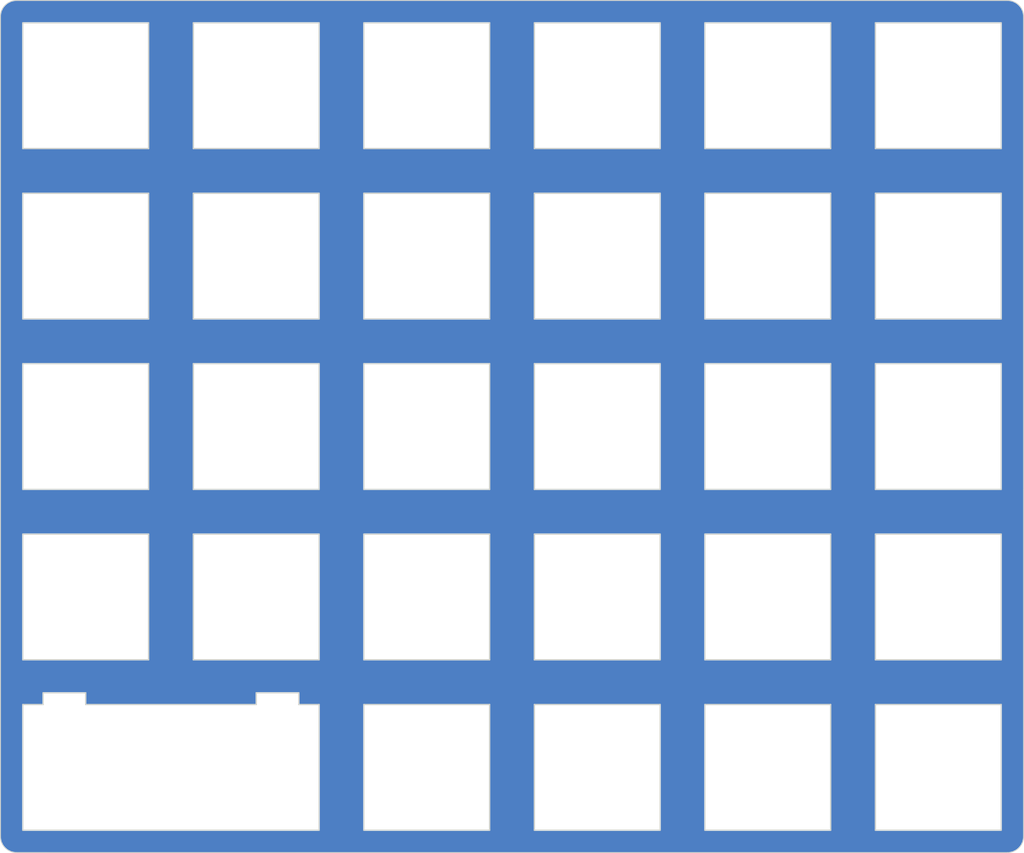
<source format=kicad_pcb>
(kicad_pcb (version 20211014) (generator pcbnew)

  (general
    (thickness 1.6)
  )

  (paper "A4")
  (layers
    (0 "F.Cu" signal)
    (31 "B.Cu" signal)
    (32 "B.Adhes" user "B.Adhesive")
    (33 "F.Adhes" user "F.Adhesive")
    (34 "B.Paste" user)
    (35 "F.Paste" user)
    (36 "B.SilkS" user "B.Silkscreen")
    (37 "F.SilkS" user "F.Silkscreen")
    (38 "B.Mask" user)
    (39 "F.Mask" user)
    (40 "Dwgs.User" user "User.Drawings")
    (41 "Cmts.User" user "User.Comments")
    (42 "Eco1.User" user "User.Eco1")
    (43 "Eco2.User" user "User.Eco2")
    (44 "Edge.Cuts" user)
    (45 "Margin" user)
    (46 "B.CrtYd" user "B.Courtyard")
    (47 "F.CrtYd" user "F.Courtyard")
    (48 "B.Fab" user)
    (49 "F.Fab" user)
  )

  (setup
    (pad_to_mask_clearance 0)
    (pcbplotparams
      (layerselection 0x00010fc_ffffffff)
      (disableapertmacros false)
      (usegerberextensions true)
      (usegerberattributes false)
      (usegerberadvancedattributes false)
      (creategerberjobfile false)
      (svguseinch false)
      (svgprecision 6)
      (excludeedgelayer true)
      (plotframeref false)
      (viasonmask false)
      (mode 1)
      (useauxorigin false)
      (hpglpennumber 1)
      (hpglpenspeed 20)
      (hpglpendiameter 15.000000)
      (dxfpolygonmode true)
      (dxfimperialunits true)
      (dxfusepcbnewfont true)
      (psnegative false)
      (psa4output false)
      (plotreference true)
      (plotvalue false)
      (plotinvisibletext false)
      (sketchpadsonfab false)
      (subtractmaskfromsilk true)
      (outputformat 1)
      (mirror false)
      (drillshape 0)
      (scaleselection 1)
      (outputdirectory "../production_files/plate-gerbers/")
    )
  )

  (net 0 "")

  (gr_arc (start 216.43 143.28) (mid 215.994435 144.546127) (end 214.734217 144.998506) (layer "B.Mask") (width 0.6) (tstamp 00e32ca4-d585-49bc-89e7-e529a3990c0a))
  (gr_rect (start 123.349188 51.911468) (end 138.589188 67.151468) (layer "B.Mask") (width 0.1) (fill solid) (tstamp 07f962c4-f1ac-4224-baea-6e4356105b36))
  (gr_rect (start 161.449188 109.061468) (end 176.689188 124.301468) (layer "B.Mask") (width 0.1) (fill solid) (tstamp 0f105603-f2b0-459e-9249-023f21447183))
  (gr_rect (start 180.499188 70.961468) (end 195.739188 86.201468) (layer "B.Mask") (width 0.1) (fill solid) (tstamp 23dca1eb-f484-4353-be99-ce70aa1e2a81))
  (gr_rect (start 161.449188 51.911468) (end 176.689188 67.151468) (layer "B.Mask") (width 0.1) (fill solid) (tstamp 321efb86-7060-47ef-bee9-917bb55af26e))
  (gr_rect (start 199.549188 51.911468) (end 214.789188 67.151468) (layer "B.Mask") (width 0.1) (fill solid) (tstamp 346903af-4a6b-4870-af92-6034ce8f2d4f))
  (gr_rect (start 180.499188 109.061468) (end 195.739188 124.301468) (layer "B.Mask") (width 0.1) (fill solid) (tstamp 375a12e0-1574-4019-8e32-91bce1ddc41e))
  (gr_rect (start 161.449188 70.961468) (end 176.689188 86.201468) (layer "B.Mask") (width 0.1) (fill solid) (tstamp 3e489cdf-c61d-4d19-bd8e-08f97e6fcee5))
  (gr_arc (start 214.72 50.27) (mid 215.986127 50.705565) (end 216.438506 51.965783) (layer "B.Mask") (width 0.6) (tstamp 3f1a34ca-2665-48ac-847d-78e747fb3967))
  (gr_rect (start 142.399188 109.061468) (end 157.639188 124.301468) (layer "B.Mask") (width 0.1) (fill solid) (tstamp 44b1b59b-638f-448f-b2d6-2a82a4ad7f5e))
  (gr_line (start 102.654217 51.978506) (end 102.651494 143.294217) (layer "B.Mask") (width 0.6) (tstamp 5ba5359a-8101-4f64-b0e8-e7910518288d))
  (gr_rect (start 142.399188 128.111468) (end 157.639188 143.351468) (layer "B.Mask") (width 0.1) (fill solid) (tstamp 6063dee4-db22-4a23-b211-742f8d128539))
  (gr_rect (start 199.549188 109.061468) (end 214.789188 124.301468) (layer "B.Mask") (width 0.1) (fill solid) (tstamp 69361cf5-15df-4f45-b36c-0d046b577289))
  (gr_rect (start 180.499188 90.011468) (end 195.739188 105.251468) (layer "B.Mask") (width 0.1) (fill solid) (tstamp 763df141-2bda-468b-ac0b-5b5f8ad17052))
  (gr_arc (start 104.37 144.99) (mid 103.103873 144.554435) (end 102.651494 143.294217) (layer "B.Mask") (width 0.6) (tstamp 799f3807-e771-4419-9037-cef5defef549))
  (gr_rect (start 199.549188 70.961468) (end 214.789188 86.201468) (layer "B.Mask") (width 0.1) (fill solid) (tstamp 83c52121-bea1-49b1-9624-4998a6cad362))
  (gr_line (start 216.43 143.28) (end 216.438506 51.965783) (layer "B.Mask") (width 0.6) (tstamp 87e694e3-1d60-43f6-8170-5dc4b057199f))
  (gr_rect (start 104.299188 70.961468) (end 119.539188 86.201468) (layer "B.Mask") (width 0.1) (fill solid) (tstamp a5227c20-7784-492e-855e-47ab52b14455))
  (gr_rect (start 123.349188 109.061468) (end 138.589188 124.301468) (layer "B.Mask") (width 0.1) (fill solid) (tstamp a55da277-03ad-4044-92a2-8847bcc1d58d))
  (gr_rect (start 180.499188 51.911468) (end 195.739188 67.151468) (layer "B.Mask") (width 0.1) (fill solid) (tstamp a9db02d0-0093-4ccc-864b-9b817e670809))
  (gr_rect (start 104.299188 109.061468) (end 119.539188 124.301468) (layer "B.Mask") (width 0.1) (fill solid) (tstamp ac8e976e-fcf9-4354-8c3e-16747cfe2890))
  (gr_rect (start 104.299188 90.011468) (end 119.539188 105.251468) (layer "B.Mask") (width 0.1) (fill solid) (tstamp b43d9bdc-3aea-4e4a-b021-03a74db07400))
  (gr_rect (start 123.349188 70.961468) (end 138.589188 86.201468) (layer "B.Mask") (width 0.1) (fill solid) (tstamp b939e7ed-8c30-435c-8c60-1d37c4e25f3c))
  (gr_rect (start 199.549188 128.111468) (end 214.789188 143.351468) (layer "B.Mask") (width 0.1) (fill solid) (tstamp b952e67a-09e0-4069-bbaa-bdf8647288c3))
  (gr_rect (start 142.399188 90.011468) (end 157.639188 105.251468) (layer "B.Mask") (width 0.1) (fill solid) (tstamp c28c385c-7052-4681-8f5e-65c6986a50f5))
  (gr_arc (start 102.654217 51.978506) (mid 103.089782 50.712379) (end 104.35 50.26) (layer "B.Mask") (width 0.6) (tstamp c4cf4fde-9e13-41d1-9fc1-d3b3fa4c381a))
  (gr_rect (start 123.349188 90.011468) (end 138.589188 105.251468) (layer "B.Mask") (width 0.1) (fill solid) (tstamp c819e676-5e90-4433-a9df-5589a33ff012))
  (gr_rect (start 142.399188 70.961468) (end 157.639188 86.201468) (layer "B.Mask") (width 0.1) (fill solid) (tstamp c8ebecbc-cf83-46ef-bf52-8016ec66dbc2))
  (gr_rect (start 104.299188 51.911468) (end 119.539188 67.151468) (layer "B.Mask") (width 0.1) (fill solid) (tstamp d103310b-f62c-4908-874f-b72ae4184f4d))
  (gr_rect (start 104.299188 128.111468) (end 138.589268 143.351468) (layer "B.Mask") (width 0.1) (fill solid) (tstamp d5551f59-47d4-4ea7-a5d4-aae1e21bdcea))
  (gr_line (start 104.37 144.99) (end 214.734217 144.998506) (layer "B.Mask") (width 0.6) (tstamp d55b0b98-a5c6-416c-8214-da15f44a30b5))
  (gr_rect (start 161.449188 128.111468) (end 176.689188 143.351468) (layer "B.Mask") (width 0.1) (fill solid) (tstamp da46cacd-63c4-49ac-b5a1-f92d4d3b5c5b))
  (gr_rect (start 199.549188 90.011468) (end 214.789188 105.251468) (layer "B.Mask") (width 0.1) (fill solid) (tstamp df348e27-d9db-4985-90a5-a060cc6868be))
  (gr_line (start 104.35 50.26) (end 214.72 50.27) (layer "B.Mask") (width 0.6) (tstamp df438f59-eb4e-46e4-9959-519f30c1caa5))
  (gr_rect (start 180.499188 128.111468) (end 195.739188 143.351468) (layer "B.Mask") (width 0.1) (fill solid) (tstamp e53b5794-141b-4ad9-9069-9e4f7af727fa))
  (gr_rect (start 142.399188 51.911468) (end 157.639188 67.151468) (layer "B.Mask") (width 0.1) (fill solid) (tstamp f679ec00-83b0-4bb6-9889-d954891f9373))
  (gr_rect (start 161.449188 90.011468) (end 176.689188 105.251468) (layer "B.Mask") (width 0.1) (fill solid) (tstamp fe622820-ab8c-4bbc-b7fe-8e8ee09a1169))
  (gr_arc (start 216.435565 143.283873) (mid 216 144.55) (end 214.739782 145.002379) (layer "F.Mask") (width 0.6) (tstamp 0836edef-a8f2-40fd-9bd7-b6fc96e2a35e))
  (gr_rect (start 161.449524 51.911436) (end 176.689524 67.151436) (layer "F.Mask") (width 0.1) (fill solid) (tstamp 1996e64c-ddcb-4c9c-92d1-9e660d8c79ab))
  (gr_rect (start 123.3493 90.011564) (end 138.5893 105.251564) (layer "F.Mask") (width 0.1) (fill solid) (tstamp 1e5b5ce6-2915-43d2-bbaf-41492e8ef9c8))
  (gr_rect (start 199.549684 90.011564) (end 214.789684 105.251564) (layer "F.Mask") (width 0.1) (fill solid) (tstamp 20924542-6441-4629-869a-9ca3bda6c07d))
  (gr_arc (start 102.654217 51.978506) (mid 103.089792 50.712384) (end 104.35 50.26) (layer "F.Mask") (width 0.6) (tstamp 29fc9465-dcc1-4272-bcf1-a902855f4700))
  (gr_rect (start 161.449524 109.061644) (end 176.689524 124.301644) (layer "F.Mask") (width 0.1) (fill solid) (tstamp 2bb6c4e2-3998-40cf-81be-5d65380b9c59))
  (gr_line (start 102.651494 143.294217) (end 102.654217 51.978506) (layer "F.Mask") (width 0.6) (tstamp 2eef5b54-d9bc-4585-a683-b088085604aa))
  (gr_rect (start 199.549684 109.061644) (end 214.789684 124.301644) (layer "F.Mask") (width 0.1) (fill solid) (tstamp 3126b94c-b442-4228-a8b5-5c8ae0bb827e))
  (gr_arc (start 104.37 144.99) (mid 103.103873 144.554435) (end 102.651494 143.294217) (layer "F.Mask") (width 0.6) (tstamp 35de2dd0-2147-4b8e-b929-af270e432320))
  (gr_line (start 104.37 144.99) (end 214.739782 145.002379) (layer "F.Mask") (width 0.6) (tstamp 3d8f4c52-eb7b-466a-b00e-6ecf41b54363))
  (gr_line (start 216.435565 143.283873) (end 216.442379 51.960218) (layer "F.Mask") (width 0.6) (tstamp 4d9e3370-a840-456d-b663-55d3b22e0da2))
  (gr_rect (start 199.549748 128.111724) (end 214.789748 143.351724) (layer "F.Mask") (width 0.1) (fill solid) (tstamp 5accd792-1d9c-4ebb-b0e7-3c468017089c))
  (gr_rect (start 104.299188 51.911468) (end 119.539188 67.151468) (layer "F.Mask") (width 0.1) (fill solid) (tstamp 620adc8c-7b6f-41bc-b642-465ea7a76763))
  (gr_rect (start 199.549684 70.961484) (end 214.789684 86.201484) (layer "F.Mask") (width 0.1) (fill solid) (tstamp 650c1c73-6eba-473a-910f-650af3da9b5c))
  (gr_rect (start 104.299188 109.061676) (end 119.539188 124.301676) (layer "F.Mask") (width 0.1) (fill solid) (tstamp 6d51a0d0-1e0e-4f41-be7d-7a6b09b05b3e))
  (gr_rect (start 142.399412 128.111756) (end 157.639412 143.351756) (layer "F.Mask") (width 0.1) (fill solid) (tstamp 70e29091-acb5-47ef-be2c-64e896a70c7b))
  (gr_rect (start 104.299188 128.111852) (end 138.589268 143.351852) (layer "F.Mask") (width 0.1) (fill solid) (tstamp 796685bc-2c56-4ce7-a74f-5ef4ed66047c))
  (gr_line (start 214.723873 50.264435) (end 104.35 50.26) (layer "F.Mask") (width 0.6) (tstamp 7c7a64d5-e4d5-4a80-b5fd-15b4ffd31df5))
  (gr_rect (start 142.399412 90.011596) (end 157.639412 105.251596) (layer "F.Mask") (width 0.1) (fill solid) (tstamp 80b6274b-da82-4253-aed1-8c1b0ea4d9ae))
  (gr_rect (start 161.449524 70.961484) (end 176.689524 86.201484) (layer "F.Mask") (width 0.1) (fill solid) (tstamp 822dcddb-2e86-4243-8af3-1283f06bd0af))
  (gr_rect (start 142.399412 109.061676) (end 157.639412 124.301676) (layer "F.Mask") (width 0.1) (fill solid) (tstamp 842a1e1c-54a2-46f0-b87c-0693d317a8e2))
  (gr_rect (start 180.499636 128.111756) (end 195.739636 143.351756) (layer "F.Mask") (width 0.1) (fill solid) (tstamp 909d80fd-7df4-4ec6-a992-b11b82949691))
  (gr_rect (start 104.299188 90.011596) (end 119.539188 105.251596) (layer "F.Mask") (width 0.1) (fill solid) (tstamp 970cd89f-2288-4cd2-be75-37a1742efe71))
  (gr_rect (start 180.499572 51.911468) (end 195.739572 67.151468) (layer "F.Mask") (width 0.1) (fill solid) (tstamp 9beb6f83-1a9d-436d-985b-e2128a655abe))
  (gr_rect (start 142.399412 70.961516) (end 157.639412 86.201516) (layer "F.Mask") (width 0.1) (fill solid) (tstamp a840fc4a-6418-48eb-a404-b9d2361692f4))
  (gr_rect (start 123.3493 109.061644) (end 138.5893 124.301644) (layer "F.Mask") (width 0.1) (fill solid) (tstamp aee9f47b-57f5-4a04-a640-b9f869da774a))
  (gr_rect (start 142.399412 51.911468) (end 157.639412 67.151468) (layer "F.Mask") (width 0.1) (fill solid) (tstamp b6dae73c-6872-4cae-ae60-dcc7925f1c6c))
  (gr_rect (start 180.499572 70.961516) (end 195.739572 86.201516) (layer "F.Mask") (width 0.1) (fill solid) (tstamp bcdaf31d-6ea0-47e2-b390-76727fcbcff9))
  (gr_rect (start 180.499572 90.011596) (end 195.739572 105.251596) (layer "F.Mask") (width 0.1) (fill solid) (tstamp c63e5b47-19aa-41d6-8aa0-2b345b3b813e))
  (gr_rect (start 123.3493 51.911436) (end 138.5893 67.151436) (layer "F.Mask") (width 0.1) (fill solid) (tstamp cc85feaf-563a-49e8-8ce9-264f79bc05cb))
  (gr_rect (start 161.449524 90.011564) (end 176.689524 105.251564) (layer "F.Mask") (width 0.1) (fill solid) (tstamp cd8881ce-05cf-44ad-99f4-1ee57133a561))
  (gr_rect (start 180.499572 109.061676) (end 195.739572 124.301676) (layer "F.Mask") (width 0.1) (fill solid) (tstamp d698a1c5-993d-4254-8fd9-fb06a68cc8fe))
  (gr_rect (start 161.449524 128.111724) (end 176.689524 143.351724) (layer "F.Mask") (width 0.1) (fill solid) (tstamp e280a15e-3aa1-475b-8e47-b85a9fa4abf6))
  (gr_rect (start 104.299188 70.961516) (end 119.539188 86.201516) (layer "F.Mask") (width 0.1) (fill solid) (tstamp e467653e-2da2-4080-831c-380433a904f0))
  (gr_rect (start 123.3493 70.961484) (end 138.5893 86.201484) (layer "F.Mask") (width 0.1) (fill solid) (tstamp e7494d9b-d719-4c7a-a247-f13a3d3e6eb1))
  (gr_rect (start 199.549684 51.911436) (end 214.789684 67.151436) (layer "F.Mask") (width 0.1) (fill solid) (tstamp f0b4a2db-5429-4570-aa2a-3e44b591c647))
  (gr_arc (start 214.723873 50.264435) (mid 215.99 50.7) (end 216.442379 51.960218) (layer "F.Mask") (width 0.6) (tstamp f90e1a03-431e-4a19-9a20-42270438587c))
  (gr_line (start 216.693932 104.656318) (end 216.693932 143.470433) (layer "Edge.Cuts") (width 0.1) (tstamp 00000000-0000-0000-0000-00006015d2bb))
  (gr_line (start 195.144198 104.656377) (end 181.094823 104.656377) (layer "Edge.Cuts") (width 0.15) (tstamp 019023c5-1d6d-4ca1-9889-2b2b92b76222))
  (gr_line (start 200.145198 128.706838) (end 214.194573 128.706838) (layer "Edge.Cuts") (width 0.15) (tstamp 01dd398b-aa32-475c-933e-962fe2eb5f08))
  (gr_line (start 118.943642 109.657318) (end 118.943642 123.706693) (layer "Edge.Cuts") (width 0.15) (tstamp 06041ece-ae5b-4e3c-acf3-b223c676d598))
  (gr_line (start 214.194337 85.606238) (end 200.144962 85.606238) (layer "Edge.Cuts") (width 0.15) (tstamp 0782ac69-7bef-4f4c-b276-d8daf2c1e0b2))
  (gr_line (start 176.094059 71.556981) (end 176.094059 85.606356) (layer "Edge.Cuts") (width 0.15) (tstamp 092bdddf-da41-46ea-9f42-76af4b46469e))
  (gr_line (start 176.094059 109.657141) (end 176.094059 123.706516) (layer "Edge.Cuts") (width 0.15) (tstamp 09f37138-ee75-4cf7-8c08-e4ee0da95833))
  (gr_line (start 118.943642 104.656613) (end 104.894267 104.656613) (layer "Edge.Cuts") (width 0.15) (tstamp 0ae5538a-3865-4c1a-a01e-0aabbe0fdf18))
  (gr_line (start 214.194337 123.706398) (end 200.144962 123.706398) (layer "Edge.Cuts") (width 0.15) (tstamp 0b8c6f31-962a-40ad-a6fe-5d09a4ac3ca6))
  (gr_line (start 104.894503 142.756508) (end 104.894503 128.707133) (layer "Edge.Cuts") (width 0.15) (tstamp 1221f42d-7b87-46e4-8cdd-676d46302dfd))
  (gr_line (start 130.969725 127.397025) (end 135.732229 127.397025) (layer "Edge.Cuts") (width 0.15) (tstamp 124f1ef1-7969-4a05-8ffb-8e361b383181))
  (gr_line (start 104.182831 145.253108) (end 214.907993 145.256372) (layer "Edge.Cuts") (width 0.1) (tstamp 145c3aa8-998d-4d06-90dd-5ac618a3b117))
  (gr_line (start 200.144962 52.506783) (end 214.194337 52.506783) (layer "Edge.Cuts") (width 0.15) (tstamp 14bc66ff-d149-4e3c-9f60-de65bee458bf))
  (gr_line (start 157.04392 85.606415) (end 142.994545 85.606415) (layer "Edge.Cuts") (width 0.15) (tstamp 1612d1e4-5c4f-4d4b-bdfa-b2f51a10186a))
  (gr_line (start 195.144198 90.607002) (end 195.144198 104.656377) (layer "Edge.Cuts") (width 0.15) (tstamp 19b10374-7ab5-493a-a0e8-4293d31ff503))
  (gr_line (start 181.094823 123.706457) (end 181.094823 109.657082) (layer "Edge.Cuts") (width 0.15) (tstamp 1f6b0a0d-d526-4b5a-b7a9-44aeae90b12d))
  (gr_line (start 200.144962 66.556158) (end 200.144962 52.506783) (layer "Edge.Cuts") (width 0.15) (tstamp 1f6ebeed-f638-401b-9b1b-63a557665423))
  (gr_line (start 157.044156 142.75639) (end 142.994781 142.75639) (layer "Edge.Cuts") (width 0.15) (tstamp 2030db43-30f3-4696-aa6d-5f01f3f35f2c))
  (gr_line (start 142.994781 128.707015) (end 157.044156 128.707015) (layer "Edge.Cuts") (width 0.15) (tstamp 20db32d5-364e-47f4-82e3-6e98fd91abe7))
  (gr_line (start 142.994545 66.556335) (end 142.994545 52.50696) (layer "Edge.Cuts") (width 0.15) (tstamp 23185093-f4c4-4d9c-b446-87c25d28c072))
  (gr_line (start 181.094823 52.506842) (end 195.144198 52.506842) (layer "Edge.Cuts") (width 0.15) (tstamp 23c92963-a9f7-444c-90c5-112b78dea8d1))
  (gr_line (start 216.693932 51.792231) (end 216.693932 104.656318) (layer "Edge.Cuts") (width 0.1) (tstamp 251f6804-b094-418f-a669-da97157e0ba1))
  (gr_line (start 176.094295 128.706956) (end 176.094295 142.756331) (layer "Edge.Cuts") (width 0.15) (tstamp 257fba74-751f-42b6-8877-4b61be113646))
  (gr_line (start 200.144962 71.556863) (end 214.194337 71.556863) (layer "Edge.Cuts") (width 0.15) (tstamp 2601b033-9921-4fbb-afdb-77cc55c77fa2))
  (gr_line (start 104.18285 50.006911) (end 214.907993 50.006292) (layer "Edge.Cuts") (width 0.1) (tstamp 26df8dfb-7037-444a-aeef-a67ef2aa4849))
  (gr_line (start 214.194573 128.706838) (end 214.194573 142.756213) (layer "Edge.Cuts") (width 0.15) (tstamp 29a5a44a-78d2-40ef-92e0-6f67d9ef53eb))
  (gr_line (start 137.993781 52.507019) (end 137.993781 66.556394) (layer "Edge.Cuts") (width 0.15) (tstamp 2be0ac48-a624-4713-be6c-c3a286f6c54d))
  (gr_line (start 157.04392 90.60712) (end 157.04392 104.656495) (layer "Edge.Cuts") (width 0.15) (tstamp 2c107b22-ded1-4b4b-be01-93555f3c0bc4))
  (gr_line (start 118.943642 90.607238) (end 118.943642 104.656613) (layer "Edge.Cuts") (width 0.15) (tstamp 30b05711-2cb7-4d8f-ba66-9d2a6e3c6796))
  (gr_line (start 118.943642 85.606533) (end 104.894267 85.606533) (layer "Edge.Cuts") (width 0.15) (tstamp 31bbbb62-e06e-4094-a999-ce84451485ed))
  (gr_line (start 157.04392 52.50696) (end 157.04392 66.556335) (layer "Edge.Cuts") (width 0.15) (tstamp 38bc1154-6867-4d1e-a30b-cec8bf38687d))
  (gr_line (start 137.993781 66.556394) (end 123.944406 66.556394) (layer "Edge.Cuts") (width 0.15) (tstamp 38f4ba83-c390-43c5-858b-580ee66f76a2))
  (gr_line (start 195.144434 142.756272) (end 181.095059 142.756272) (layer "Edge.Cuts") (width 0.15) (tstamp 3930bbb8-3de4-4b09-809b-755a9672876d))
  (gr_line (start 118.943642 52.507078) (end 118.943642 66.556453) (layer "Edge.Cuts") (width 0.15) (tstamp 3aae70c7-747c-4bb8-9ac5-ac0d744acb93))
  (gr_line (start 104.894267 85.606533) (end 104.894267 71.557158) (layer "Edge.Cuts") (width 0.15) (tstamp 3af786e2-3602-4fb2-ade4-c3fe3f0e79b6))
  (gr_line (start 137.993781 109.657259) (end 137.993781 123.706634) (layer "Edge.Cuts") (width 0.15) (tstamp 3c63f370-e6b9-4649-975b-b60bc5f953e1))
  (gr_line (start 200.144962 90.606943) (end 214.194337 90.606943) (layer "Edge.Cuts") (width 0.15) (tstamp 3d2b63fe-02bb-4e0d-848f-455f39f75574))
  (gr_line (start 176.094059 66.556276) (end 162.044684 66.556276) (layer "Edge.Cuts") (width 0.15) (tstamp 4288b7e1-6a23-4d25-80ab-26344e0503c0))
  (gr_line (start 137.994017 142.756449) (end 104.894503 142.756508) (layer "Edge.Cuts") (width 0.15) (tstamp 431af393-088b-482d-9faa-8fc26a371c55))
  (gr_line (start 107.157205 128.707103) (end 104.894532 128.707103) (layer "Edge.Cuts") (width 0.15) (tstamp 442cf872-eb7c-491c-81ea-ba1f92aef533))
  (gr_line (start 162.044684 71.556981) (end 176.094059 71.556981) (layer "Edge.Cuts") (width 0.15) (tstamp 44fb0360-ba76-4037-aafd-170af7525ab8))
  (gr_line (start 111.91922 128.707103) (end 130.9693 128.707133) (layer "Edge.Cuts") (width 0.15) (tstamp 456500c5-2705-42e6-897f-1557d91f6588))
  (gr_line (start 200.144962 123.706398) (end 200.144962 109.657023) (layer "Edge.Cuts") (width 0.15) (tstamp 4e297444-3b85-4aed-9296-d8fb5e27f400))
  (gr_line (start 142.994781 142.75639) (end 142.994781 128.707015) (layer "Edge.Cuts") (width 0.15) (tstamp 4eec2177-f92a-483f-9b83-a11af72441fc))
  (gr_line (start 181.095059 128.706897) (end 195.144434 128.706897) (layer "Edge.Cuts") (width 0.15) (tstamp 4f77e4e2-d8ab-4579-bba1-d59f028423cf))
  (gr_line (start 181.094823 71.556922) (end 195.144198 71.556922) (layer "Edge.Cuts") (width 0.15) (tstamp 51ca26fe-5944-4980-a946-685f57402cb9))
  (gr_line (start 157.04392 71.55704) (end 157.04392 85.606415) (layer "Edge.Cuts") (width 0.15) (tstamp 530f087e-c761-4043-a34e-b2872cc4e209))
  (gr_line (start 162.044684 109.657141) (end 176.094059 109.657141) (layer "Edge.Cuts") (width 0.15) (tstamp 5567443b-7b66-481e-a73a-a7bd06a9ae58))
  (gr_line (start 104.894267 104.656613) (end 104.894267 90.607238) (layer "Edge.Cuts") (width 0.15) (tstamp 5a55fdde-babe-48bb-a360-1708ceea71ac))
  (gr_line (start 130.9693 128.707133) (end 130.969725 127.397025) (layer "Edge.Cuts") (width 0.15) (tstamp 5bfc4f7e-0f9a-4209-a207-af8f956a9b6b))
  (gr_line (start 123.944406 85.606474) (end 123.944406 71.557099) (layer "Edge.Cuts") (width 0.15) (tstamp 5d1fc142-c94a-4b3f-9c59-a54e5f96f7b4))
  (gr_line (start 123.944406 109.657259) (end 137.993781 109.657259) (layer "Edge.Cuts") (width 0.15) (tstamp 5dd30d34-1520-44e7-acba-05fabf3e40e5))
  (gr_line (start 157.04392 123.706575) (end 142.994545 123.706575) (layer "Edge.Cuts") (width 0.15) (tstamp 60cd9428-db47-49d0-8027-3e9425bce9e2))
  (gr_line (start 195.144434 128.706897) (end 195.144434 142.756272) (layer "Edge.Cuts") (width 0.15) (tstamp 65cefad3-7304-478d-b4be-efd4e7dae071))
  (gr_line (start 195.144198 123.706457) (end 181.094823 123.706457) (layer "Edge.Cuts") (width 0.15) (tstamp 6849f987-6542-420e-926c-8aa27f1badd4))
  (gr_line (start 102.396911 51.79285) (end 102.396892 143.467169) (layer "Edge.Cuts") (width 0.1) (tstamp 68cdf08a-65e2-4652-9b73-34c6d85db354))
  (gr_line (start 104.894267 90.607238) (end 118.943642 90.607238) (layer "Edge.Cuts") (width 0.15) (tstamp 69913be3-cd28-413b-8bf9-8e923c8bc147))
  (gr_line (start 176.094059 90.607061) (end 176.094059 104.656436) (layer "Edge.Cuts") (width 0.15) (tstamp 6c51fdc9-e920-41cf-9b32-c4c844dbb03d))
  (gr_line (start 107.157205 128.707103) (end 107.157205 127.397025) (layer "Edge.Cuts") (width 0.15) (tstamp 70985e9f-af56-42d0-bdf3-4d2bd59f1ae7))
  (gr_line (start 176.094295 142.756331) (end 162.04492 142.756331) (layer "Edge.Cuts") (width 0.15) (tstamp 70f3dc77-d3d0-4b2f-9ec2-c796182973a3))
  (gr_line (start 162.044684 52.506901) (end 176.094059 52.506901) (layer "Edge.Cuts") (width 0.15) (tstamp 71b8df05-694d-4aad-af2b-51bc7795ca94))
  (gr_line (start 135.732229 128.707103) (end 137.994017 128.707074) (layer "Edge.Cuts") (width 0.15) (tstamp 726156ac-e3d3-4227-8a99-38e942d37ce8))
  (gr_line (start 142.994545 104.656495) (end 142.994545 90.60712) (layer "Edge.Cuts") (width 0.15) (tstamp 7b158cc6-575d-42eb-ae82-436ee6353ece))
  (gr_line (start 181.094823 109.657082) (end 195.144198 109.657082) (layer "Edge.Cuts") (width 0.15) (tstamp 7fd769f5-dd2d-41ee-ab7f-ac21d7d73dae))
  (gr_line (start 195.144198 52.506842) (end 195.144198 66.556217) (layer "Edge.Cuts") (width 0.15) (tstamp 8052424e-b922-4ac0-afb1-68fa11f93468))
  (gr_line (start 137.993781 71.557099) (end 137.993781 85.606474) (layer "Edge.Cuts") (width 0.15) (tstamp 81980501-19af-4b71-a5f5-c74496cf9d93))
  (gr_line (start 104.894267 52.507078) (end 118.943642 52.507078) (layer "Edge.Cuts") (width 0.15) (tstamp 8289d57b-ed3e-4194-8017-d1d91280364e))
  (gr_line (start 104.894267 66.556453) (end 104.894267 52.507078) (layer "Edge.Cuts") (width 0.15) (tstamp 84d17e87-0073-466a-9933-1f7bd446cec3))
  (gr_line (start 162.04492 142.756331) (end 162.04492 128.706956) (layer "Edge.Cuts") (width 0.15) (tstamp 85e5eccb-7a08-4ae5-8bda-f9ee254de4e5))
  (gr_line (start 118.943642 71.557158) (end 118.943642 85.606533) (layer "Edge.Cuts") (width 0.15) (tstamp 8940535b-8aec-4a22-abe3-8a020d08f5e9))
  (gr_line (start 176.094059 123.706516) (end 162.044684 123.706516) (layer "Edge.Cuts") (width 0.15) (tstamp 8b10c6a4-0cd5-4623-9511-32f99004fd5d))
  (gr_line (start 181.094823 66.556217) (end 181.094823 52.506842) (layer "Edge.Cuts") (width 0.15) (tstamp 8b21da34-0c8e-4775-b74f-40732f6cb945))
  (gr_line (start 135.732229 127.397025) (end 135.732229 128.707103) (layer "Edge.Cuts") (width 0.15) (tstamp 8e7d31e4-ea1f-4118-81ac-bc3d18e967b5))
  (gr_line (start 181.094823 104.656377) (end 181.094823 90.607002) (layer "Edge.Cuts") (width 0.15) (tstamp 918a510b-f84d-443a-8c45-fa42fc9bbcd8))
  (gr_line (start 157.04392 109.6572) (end 157.04392 123.706575) (layer "Edge.Cuts") (width 0.15) (tstamp 9253f163-b6cc-4d51-8764-2057bc07c933))
  (gr_line (start 123.944406 104.656554) (end 123.944406 90.607179) (layer "Edge.Cuts") (width 0.15) (tstamp 9309fb0d-21dd-4abe-9ece-2476adf29e4e))
  (gr_line (start 123.944406 52.507019) (end 137.993781 52.507019) (layer "Edge.Cuts") (width 0.15) (tstamp 940844a0-d492-4598-aeba-f5031d73292e))
  (gr_line (start 162.044684 123.706516) (end 162.044684 109.657141) (layer "Edge.Cuts") (width 0.15) (tstamp 945787e9-9251-4232-a4eb-08628c6846f4))
  (gr_line (start 214.194337 104.656318) (end 200.144962 104.656318) (layer "Edge.Cuts") (width 0.15) (tstamp 9e6c1fb4-bcbd-4227-8a2b-fb3312ed35dd))
  (gr_line (start 157.044156 128.707015) (end 157.044156 142.75639) (layer "Edge.Cuts") (width 0.15) (tstamp 9ffffaa0-1317-4313-b69b-7b60afaf0291))
  (gr_line (start 107.157205 127.397025) (end 111.919709 127.397025) (layer "Edge.Cuts") (width 0.15) (tstamp a01b5b02-22dd-464f-adb4-90b59b31c2e2))
  (gr_line (start 142.994545 123.706575) (end 142.994545 109.6572) (layer "Edge.Cuts") (width 0.15) (tstamp a035199c-0739-42f5-8d8f-822df4db7d3a))
  (gr_line (start 142.994545 71.55704) (end 157.04392 71.55704) (layer "Edge.Cuts") (width 0.15) (tstamp a436ac90-28b7-4586-99f1-6f0b55acd51d))
  (gr_arc (start 104.182831 145.253108) (mid 102.92 144.73) (end 102.396892 143.467169) (layer "Edge.Cuts") (width 0.1) (tstamp a477446f-9389-4c42-b65a-389bf2f98f24))
  (gr_line (start 181.095059 142.756272) (end 181.095059 128.706897) (layer "Edge.Cuts") (width 0.15) (tstamp ac1dfca3-2887-41f4-8c59-92de76540268))
  (gr_arc (start 214.907993 50.006292) (mid 216.170843 50.529381) (end 216.693932 51.792231) (layer "Edge.Cuts") (width 0.1) (tstamp accda6c6-f15e-4917-ad87-74a97a7a4b84))
  (gr_line (start 111.919709 127.397025) (end 111.91922 128.707103) (layer "Edge.Cuts") (width 0.15) (tstamp afd36fc1-2e33-43bc-9893-81975490fc95))
  (gr_line (start 137.993781 85.606474) (end 123.944406 85.606474) (layer "Edge.Cuts") (width 0.15) (tstamp b272cd23-3687-4f6c-b06b-399ed84004e3))
  (gr_line (start 200.145198 142.756213) (end 200.145198 128.706838) (layer "Edge.Cuts") (width 0.15) (tstamp b2fde327-d445-428a-b5d7-fc6b64142c5b))
  (gr_line (start 104.894267 123.706693) (end 104.894267 109.657318) (layer "Edge.Cuts") (width 0.15) (tstamp b2ff8736-60cb-451c-aab9-3e86c08c7c41))
  (gr_arc (start 216.693932 143.470433) (mid 216.170843 144.733283) (end 214.907993 145.256372) (layer "Edge.Cuts") (width 0.1) (tstamp b4c36fcd-b595-4a3b-92c4-195c392a7c72))
  (gr_line (start 176.094059 104.656436) (end 162.044684 104.656436) (layer "Edge.Cuts") (width 0.15) (tstamp b530661d-0fb7-4896-8180-230f95503912))
  (gr_line (start 195.144198 109.657082) (end 195.144198 123.706457) (layer "Edge.Cuts") (width 0.15) (tstamp b9f8693f-0bb6-4be9-9068-0038c63d35e8))
  (gr_line (start 214.194337 109.657023) (end 214.194337 123.706398) (layer "Edge.Cuts") (width 0.15) (tstamp bb3bfb77-2011-4d11-8f9d-07e694419156))
  (gr_arc (start 102.396911 51.79285) (mid 102.920004 50.530004) (end 104.18285 50.006911) (layer "Edge.Cuts") (width 0.1) (tstamp bb5f9edb-4a76-448e-b9c1-71e96171a7c6))
  (gr_line (start 200.144962 109.657023) (end 214.194337 109.657023) (layer "Edge.Cuts") (width 0.15) (tstamp bc3bcbe3-a134-412c-a816-2d6e16606971))
  (gr_line (start 162.044684 85.606356) (end 162.044684 71.556981) (layer "Edge.Cuts") (width 0.15) (tstamp bed5fd89-cb2c-4a3a-b2e5-fe00bbe865a3))
  (gr_line (start 214.194573 142.756213) (end 200.145198 142.756213) (layer "Edge.Cuts") (width 0.15) (tstamp bf3b5060-8ee3-40c2-95a3-0abc09baac71))
  (gr_line (start 214.194337 71.556863) (end 214.194337 85.606238) (layer "Edge.Cuts") (width 0.15) (tstamp c0a40716-d160-44c7-bbc2-521148dd05f2))
  (gr_line (start 142.994545 52.50696) (end 157.04392 52.50696) (layer "Edge.Cuts") (width 0.15) (tstamp c0efa7c8-de54-43ef-b2f8-c18bfb18651a))
  (gr_line (start 142.994545 90.60712) (end 157.04392 90.60712) (layer "Edge.Cuts") (width 0.15) (tstamp c1521327-581f-4db9-9ae8-4edc7d6ab0a7))
  (gr_line (start 162.04492 128.706956) (end 176.094295 128.706956) (layer "Edge.Cuts") (width 0.15) (tstamp c58b046e-2020-4f91-9e9d-a14adeeb0a69))
  (gr_line (start 200.144962 85.606238) (end 200.144962 71.556863) (layer "Edge.Cuts") (width 0.15) (tstamp c59d26b5-190b-4386-82cb-9ad1a4392ae9))
  (gr_line (start 176.094059 85.606356) (end 162.044684 85.606356) (layer "Edge.Cuts") (width 0.15) (tstamp c59efcf2-708f-41c0-8612-8210aa353b69))
  (gr_line (start 214.194337 66.556158) (end 200.144962 66.556158) (layer "Edge.Cuts") (width 0.15) (tstamp c7be4a8e-f136-410a-8aed-3fac7d310f2e))
  (gr_line (start 137.993781 123.706634) (end 123.944406 123.706634) (layer "Edge.Cuts") (width 0.15) (tstamp c828060a-e69a-4d95-aad8-874666a9b2cf))
  (gr_line (start 200.144962 104.656318) (end 200.144962 90.606943) (layer "Edge.Cuts") (width 0.15) (tstamp c9e96647-4e67-49da-ba77-a48cacbc9fd3))
  (gr_line (start 137.993781 104.656554) (end 123.944406 104.656554) (layer "Edge.Cuts") (width 0.15) (tstamp ca040a76-b36d-4215-93cf-94e9ce5f7ee0))
  (gr_line (start 157.04392 66.556335) (end 142.994545 66.556335) (layer "Edge.Cuts") (width 0.15) (tstamp cc1a69f8-2dff-41eb-9c93-1cd759842c25))
  (gr_line (start 181.094823 90.607002) (end 195.144198 90.607002) (layer "Edge.Cuts") (width 0.15) (tstamp cd2562fd-3d44-4285-9471-93e6fad7c0bf))
  (gr_line (start 123.944406 71.557099) (end 137.993781 71.557099) (layer "Edge.Cuts") (width 0.15) (tstamp cd4e9018-7d02-4a04-b5a7-cd9b3631547b))
  (gr_line (start 104.894267 109.657318) (end 118.943642 109.657318) (layer "Edge.Cuts") (width 0.15) (tstamp d0ebad33-c2fc-4448-8250-c0fbc48933a8))
  (gr_line (start 214.194337 52.506783) (end 214.194337 66.556158) (layer "Edge.Cuts") (width 0.15) (tstamp d38445ef-cf5d-48ab-8116-02db5f838285))
  (gr_line (start 142.994545 109.6572) (end 157.04392 109.6572) (layer "Edge.Cuts") (width 0.15) (tstamp d6061af0-8060-4d22-bdee-9facb6cf4195))
  (gr_line (start 195.144198 66.556217) (end 181.094823 66.556217) (layer "Edge.Cuts") (width 0.15) (tstamp d6aaa24a-f191-4e51-ac42-0b1d23844524))
  (gr_line (start 118.943642 123.706693) (end 104.894267 123.706693) (layer "Edge.Cuts") (width 0.15) (tstamp d9e2f840-24f3-4758-993f-89d06c562bb1))
  (gr_line (start 118.943642 66.556453) (end 104.894267 66.556453) (layer "Edge.Cuts") (width 0.15) (tstamp da9600d0-3bd5-4466-b060-dbfa660f563b))
  (gr_line (start 142.994545 85.606415) (end 142.994545 71.55704) (layer "Edge.Cuts") (width 0.15) (tstamp dbac7ab7-5fda-4dee-be3e-207c9259c279))
  (gr_line (start 123.944406 66.556394) (end 123.944406 52.507019) (layer "Edge.Cuts") (width 0.15) (tstamp e322af6e-acfc-40e5-adea-eb65407a933e))
  (gr_line (start 176.094059 52.506901) (end 176.094059 66.556276) (layer "Edge.Cuts") (width 0.15) (tstamp e3e0c2ad-3f05-4b46-843a-3c9e126d3f33))
  (gr_line (start 181.094823 85.606297) (end 181.094823 71.556922) (layer "Edge.Cuts") (width 0.15) (tstamp e4438d12-da68-4f89-b790-544255c64b76))
  (gr_line (start 104.894267 71.557158) (end 118.943642 71.557158) (layer "Edge.Cuts") (width 0.15) (tstamp e52492c9-edb6-421e-8f3a-1a4960cd03f6))
  (gr_line (start 162.044684 66.556276) (end 162.044684 52.506901) (layer "Edge.Cuts") (width 0.15) (tstamp e5b9256d-38b7-412d-beb7-74c00db87e49))
  (gr_line (start 195.144198 85.606297) (end 181.094823 85.606297) (layer "Edge.Cuts") (width 0.15) (tstamp e5f9e59d-bb89-4523-83d6-fad374c39a2c))
  (gr_line (start 162.044684 90.607061) (end 176.094059 90.607061) (layer "Edge.Cuts") (width 0.15) (tstamp e6815c6d-5828-4304-b741-f670bb91607f))
  (gr_line (start 137.993781 90.607179) (end 137.993781 104.656554) (layer "Edge.Cuts") (width 0.15) (tstamp e7b7d1be-7d1d-4eee-9aae-8431ce9b50ed))
  (gr_line (start 162.044684 104.656436) (end 162.044684 90.607061) (layer "Edge.Cuts") (width 0.15) (tstamp ea0c5167-f15f-4ae4-baa3-855c864e770b))
  (gr_line (start 137.994017 128.707074) (end 137.994017 142.756449) (layer "Edge.Cuts") (width 0.15) (tstamp edc39798-5cfe-4ea1-8b08-7d461d207c36))
  (gr_line (start 123.944406 123.706634) (end 123.944406 109.657259) (layer "Edge.Cuts") (width 0.15) (tstamp ef7c5249-b598-4cd7-8fcc-f0867b56e830))
  (gr_line (start 157.04392 104.656495) (end 142.994545 104.656495) (layer "Edge.Cuts") (width 0.15) (tstamp f2f5066a-db8b-42f3-9db0-33ae67a67026))
  (gr_line (start 123.944406 90.607179) (end 137.993781 90.607179) (layer "Edge.Cuts") (width 0.15) (tstamp f31af044-c35b-4873-9b25-1b815271f21a))
  (gr_line (start 214.194337 90.606943) (end 214.194337 104.656318) (layer "Edge.Cuts") (width 0.15) (tstamp fb323dfb-d164-46f3-8a70-50b06d9ac341))
  (gr_line (start 195.144198 71.556922) (end 195.144198 85.606297) (layer "Edge.Cuts") (width 0.15) (tstamp fdc77112-0a09-4174-8819-1d34f72201bc))

  (zone (net 0) (net_name "") (layers F&B.Cu) (tstamp 00000000-0000-0000-0000-00006120ab36) (hatch edge 0.508)
    (connect_pads (clearance 0))
    (min_thickness 0.254) (filled_areas_thickness no)
    (fill yes (thermal_gap 0.508) (thermal_bridge_width 0.508))
    (polygon
      (pts
        (xy 216.693932 145.256372)
        (xy 102.393836 145.256372)
        (xy 102.393836 50.006292)
        (xy 216.693932 50.006292)
      )
    )
    (filled_polygon
      (layer "F.Cu")
      (island)
      (pts
        (xy 214.906132 50.016886)
        (xy 214.907993 50.017657)
        (xy 214.909558 50.017008)
        (xy 214.912486 50.017113)
        (xy 215.01468 50.024422)
        (xy 215.151672 50.03422)
        (xy 215.169465 50.036778)
        (xy 215.305327 50.066332)
        (xy 215.399386 50.086793)
        (xy 215.416628 50.091855)
        (xy 215.6371 50.174087)
        (xy 215.653444 50.181552)
        (xy 215.859951 50.294314)
        (xy 215.875073 50.304032)
        (xy 216.063441 50.445044)
        (xy 216.077027 50.456817)
        (xy 216.243401 50.623193)
        (xy 216.255174 50.63678)
        (xy 216.396178 50.825143)
        (xy 216.405894 50.840263)
        (xy 216.518657 51.046778)
        (xy 216.526125 51.063131)
        (xy 216.608348 51.283587)
        (xy 216.613413 51.300836)
        (xy 216.663426 51.530756)
        (xy 216.665984 51.548552)
        (xy 216.683111 51.788081)
        (xy 216.683204 51.790692)
        (xy 216.682567 51.792231)
        (xy 216.683325 51.79406)
        (xy 216.683432 51.797067)
        (xy 216.683432 143.465935)
        (xy 216.683338 143.468572)
        (xy 216.682567 143.470433)
        (xy 216.683216 143.471998)
        (xy 216.683111 143.474925)
        (xy 216.666233 143.710849)
        (xy 216.665999 143.714114)
        (xy 216.66344 143.731908)
        (xy 216.613423 143.961818)
        (xy 216.60836 143.97906)
        (xy 216.542324 144.156101)
        (xy 216.526129 144.19952)
        (xy 216.518661 144.215872)
        (xy 216.407678 144.419118)
        (xy 216.405893 144.422386)
        (xy 216.39618 144.437498)
        (xy 216.302153 144.563101)
        (xy 216.255167 144.625865)
        (xy 216.243396 144.639449)
        (xy 216.077018 144.805824)
        (xy 216.063437 144.817591)
        (xy 215.875072 144.958596)
        (xy 215.859949 144.968315)
        (xy 215.653437 145.081077)
        (xy 215.637084 145.088545)
        (xy 215.41663 145.170768)
        (xy 215.399381 145.175833)
        (xy 215.26022 145.206105)
        (xy 215.169463 145.225847)
        (xy 215.15167 145.228405)
        (xy 214.911927 145.245551)
        (xy 214.909513 145.245637)
        (xy 214.907993 145.245007)
        (xy 214.906185 145.245756)
        (xy 214.902939 145.245872)
        (xy 153.80144 145.244071)
        (xy 104.187329 145.242608)
        (xy 104.184692 145.242514)
        (xy 104.182831 145.241743)
        (xy 104.181266 145.242391)
        (xy 104.17834 145.242287)
        (xy 103.939151 145.225171)
        (xy 103.921357 145.222612)
        (xy 103.845486 145.206105)
        (xy 103.691441 145.17259)
        (xy 103.6742 145.167527)
        (xy 103.563969 145.12641)
        (xy 103.453742 145.085295)
        (xy 103.43739 145.077827)
        (xy 103.230882 144.965061)
        (xy 103.215759 144.955342)
        (xy 103.027393 144.814331)
        (xy 103.013808 144.802558)
        (xy 102.847442 144.636192)
        (xy 102.835669 144.622607)
        (xy 102.694658 144.434241)
        (xy 102.684939 144.419118)
        (xy 102.572173 144.21261)
        (xy 102.564705 144.196258)
        (xy 102.482474 143.975803)
        (xy 102.477409 143.958555)
        (xy 102.427388 143.728643)
        (xy 102.424829 143.710849)
        (xy 102.407713 143.471661)
        (xy 102.407609 143.468734)
        (xy 102.408257 143.467169)
        (xy 102.407486 143.465309)
        (xy 102.407392 143.462668)
        (xy 102.407392 142.756508)
        (xy 104.883138 142.756508)
        (xy 104.884003 142.758596)
        (xy 104.886467 142.764544)
        (xy 104.894503 142.767873)
        (xy 104.896591 142.767008)
        (xy 104.916329 142.767008)
        (xy 130.971789 142.766962)
        (xy 137.991929 142.766949)
        (xy 137.994017 142.767814)
        (xy 138.002053 142.764485)
        (xy 138.004517 142.758537)
        (xy 138.005382 142.756449)
        (xy 138.005358 142.75639)
        (xy 142.983416 142.75639)
        (xy 142.984281 142.758478)
        (xy 142.986745 142.764426)
        (xy 142.994781 142.767755)
        (xy 142.996869 142.76689)
        (xy 157.042068 142.76689)
        (xy 157.044156 142.767755)
        (xy 157.046244 142.76689)
        (xy 157.052192 142.764426)
        (xy 157.055521 142.75639)
        (xy 157.055497 142.756331)
        (xy 162.033555 142.756331)
        (xy 162.03442 142.758419)
        (xy 162.036884 142.764367)
        (xy 162.04492 142.767696)
        (xy 162.047008 142.766831)
        (xy 176.092207 142.766831)
        (xy 176.094295 142.767696)
        (xy 176.096383 142.766831)
        (xy 176.102331 142.764367)
        (xy 176.10566 142.756331)
        (xy 176.105636 142.756272)
        (xy 181.083694 142.756272)
        (xy 181.084559 142.75836)
        (xy 181.087023 142.764308)
        (xy 181.095059 142.767637)
        (xy 181.097147 142.766772)
        (xy 195.142346 142.766772)
        (xy 195.144434 142.767637)
        (xy 195.146522 142.766772)
        (xy 195.15247 142.764308)
        (xy 195.155799 142.756272)
        (xy 195.155775 142.756213)
        (xy 200.133833 142.756213)
        (xy 200.134698 142.758301)
        (xy 200.137162 142.764249)
        (xy 200.145198 142.767578)
        (xy 200.147286 142.766713)
        (xy 214.192485 142.766713)
        (xy 214.194573 142.767578)
        (xy 214.196661 142.766713)
        (xy 214.202609 142.764249)
        (xy 214.205938 142.756213)
        (xy 214.205073 142.754125)
        (xy 214.205073 128.708926)
        (xy 214.205938 128.706838)
        (xy 214.202609 128.698802)
        (xy 214.196661 128.696338)
        (xy 214.194573 128.695473)
        (xy 214.192485 128.696338)
        (xy 200.147286 128.696338)
        (xy 200.145198 128.695473)
        (xy 200.14311 128.696338)
        (xy 200.137162 128.698802)
        (xy 200.133833 128.706838)
        (xy 200.134698 128.708926)
        (xy 200.134698 142.754125)
        (xy 200.133833 142.756213)
        (xy 195.155775 142.756213)
        (xy 195.154934 142.754184)
        (xy 195.154934 128.708985)
        (xy 195.155799 128.706897)
        (xy 195.15247 128.698861)
        (xy 195.146522 128.696397)
        (xy 195.144434 128.695532)
        (xy 195.142346 128.696397)
        (xy 181.097147 128.696397)
        (xy 181.095059 128.695532)
        (xy 181.092971 128.696397)
        (xy 181.087023 128.698861)
        (xy 181.083694 128.706897)
        (xy 181.084559 128.708985)
        (xy 181.084559 142.754184)
        (xy 181.083694 142.756272)
        (xy 176.105636 142.756272)
        (xy 176.104795 142.754243)
        (xy 176.104795 128.709044)
        (xy 176.10566 128.706956)
        (xy 176.102331 128.69892)
        (xy 176.096383 128.696456)
        (xy 176.094295 128.695591)
        (xy 176.092207 128.696456)
        (xy 162.047008 128.696456)
        (xy 162.04492 128.695591)
        (xy 162.042832 128.696456)
        (xy 162.036884 128.69892)
        (xy 162.033555 128.706956)
        (xy 162.03442 128.709044)
        (xy 162.03442 142.754243)
        (xy 162.033555 142.756331)
        (xy 157.055497 142.756331)
        (xy 157.054656 142.754302)
        (xy 157.054656 128.709103)
        (xy 157.055521 128.707015)
        (xy 157.052192 128.698979)
        (xy 157.046244 128.696515)
        (xy 157.044156 128.69565)
        (xy 157.042068 128.696515)
        (xy 142.996869 128.696515)
        (xy 142.994781 128.69565)
        (xy 142.992693 128.696515)
        (xy 142.986745 128.698979)
        (xy 142.983416 128.707015)
        (xy 142.984281 128.709103)
        (xy 142.984281 142.754302)
        (xy 142.983416 142.75639)
        (xy 138.005358 142.75639)
        (xy 138.004517 142.754361)
        (xy 138.004517 128.709162)
        (xy 138.005382 128.707074)
        (xy 138.002053 128.699038)
        (xy 137.996105 128.696574)
        (xy 137.994017 128.695709)
        (xy 137.991929 128.696574)
        (xy 137.972191 128.696574)
        (xy 135.868731 128.696601)
        (xy 135.80061 128.6766)
        (xy 135.754116 128.622945)
        (xy 135.742729 128.570601)
        (xy 135.742729 127.399113)
        (xy 135.743594 127.397025)
        (xy 135.740265 127.388989)
        (xy 135.734317 127.386525)
        (xy 135.732229 127.38566)
        (xy 135.730141 127.386525)
        (xy 130.971815 127.386525)
        (xy 130.969729 127.38566)
        (xy 130.967639 127.386525)
        (xy 130.967637 127.386525)
        (xy 130.965867 127.387258)
        (xy 130.961692 127.388986)
        (xy 130.961691 127.388988)
        (xy 130.961689 127.388989)
        (xy 130.9595 127.394274)
        (xy 130.959227 127.394933)
        (xy 130.95836 127.397025)
        (xy 130.959225 127.399112)
        (xy 130.959219 127.418841)
        (xy 130.958844 128.570674)
        (xy 130.93882 128.638788)
        (xy 130.885149 128.685264)
        (xy 130.832845 128.696633)
        (xy 121.447586 128.696618)
        (xy 112.055771 128.696603)
        (xy 111.98765 128.676601)
        (xy 111.941157 128.622945)
        (xy 111.929771 128.570556)
        (xy 111.930206 127.404449)
        (xy 111.930208 127.399114)
        (xy 111.931074 127.397025)
        (xy 111.929523 127.39328)
        (xy 111.927748 127.388992)
        (xy 111.927746 127.388991)
        (xy 111.927745 127.388989)
        (xy 111.923651 127.387293)
        (xy 111.919713 127.38566)
        (xy 111.917623 127.386525)
        (xy 107.159293 127.386525)
        (xy 107.157205 127.38566)
        (xy 107.155117 127.386525)
        (xy 107.149169 127.388989)
        (xy 107.14584 127.397025)
        (xy 107.146705 127.399113)
        (xy 107.146705 128.570603)
        (xy 107.126703 128.638724)
        (xy 107.073047 128.685217)
        (xy 107.020705 128.696603)
        (xy 104.896519 128.696603)
        (xy 104.894503 128.695768)
        (xy 104.892487 128.696603)
        (xy 104.892444 128.696603)
        (xy 104.886496 128.699067)
        (xy 104.886487 128.699089)
        (xy 104.886467 128.699097)
        (xy 104.884003 128.705045)
        (xy 104.884003 128.705085)
        (xy 104.883167 128.707103)
        (xy 104.884003 128.709121)
        (xy 104.884003 142.75442)
        (xy 104.883138 142.756508)
        (xy 102.407392 142.756508)
        (xy 102.407396 123.706693)
        (xy 104.882902 123.706693)
        (xy 104.883767 123.708781)
        (xy 104.886231 123.714729)
        (xy 104.894267 123.718058)
        (xy 104.896355 123.717193)
        (xy 118.941554 123.717193)
        (xy 118.943642 123.718058)
        (xy 118.94573 123.717193)
        (xy 118.951678 123.714729)
        (xy 118.955007 123.706693)
        (xy 118.954983 123.706634)
        (xy 123.933041 123.706634)
        (xy 123.933906 123.708722)
        (xy 123.93637 123.71467)
        (xy 123.944406 123.717999)
        (xy 123.946494 123.717134)
        (xy 137.991693 123.717134)
        (xy 137.993781 123.717999)
        (xy 137.995869 123.717134)
        (xy 138.001817 123.71467)
        (xy 138.005146 123.706634)
        (xy 138.005122 123.706575)
        (xy 142.98318 123.706575)
        (xy 142.984045 123.708663)
        (xy 142.986509 123.714611)
        (xy 142.994545 123.71794)
        (xy 142.996633 123.717075)
        (xy 157.041832 123.717075)
        (xy 157.04392 123.71794)
        (xy 157.046008 123.717075)
        (xy 157.051956 123.714611)
        (xy 157.055285 123.706575)
        (xy 157.055261 123.706516)
        (xy 162.033319 123.706516)
        (xy 162.034184 123.708604)
        (xy 162.036648 123.714552)
        (xy 162.044684 123.717881)
        (xy 162.046772 123.717016)
        (xy 176.091971 123.717016)
        (xy 176.094059 123.717881)
        (xy 176.096147 123.717016)
        (xy 176.102095 123.714552)
        (xy 176.105424 123.706516)
        (xy 176.1054 123.706457)
        (xy 181.083458 123.706457)
        (xy 181.084323 123.708545)
        (xy 181.086787 123.714493)
        (xy 181.094823 123.717822)
        (xy 181.096911 123.716957)
        (xy 195.14211 123.716957)
        (xy 195.144198 123.717822)
        (xy 195.146286 123.716957)
        (xy 195.152234 123.714493)
        (xy 195.155563 123.706457)
        (xy 195.155539 123.706398)
        (xy 200.133597 123.706398)
        (xy 200.134462 123.708486)
        (xy 200.136926 123.714434)
        (xy 200.144962 123.717763)
        (xy 200.14705 123.716898)
        (xy 214.192249 123.716898)
        (xy 214.194337 123.717763)
        (xy 214.196425 123.716898)
        (xy 214.202373 123.714434)
        (xy 214.205702 123.706398)
        (xy 214.204837 123.70431)
        (xy 214.204837 109.659111)
        (xy 214.205702 109.657023)
        (xy 214.202373 109.648987)
        (xy 214.196425 109.646523)
        (xy 214.194337 109.645658)
        (xy 214.192249 109.646523)
        (xy 200.14705 109.646523)
        (xy 200.144962 109.645658)
        (xy 200.142874 109.646523)
        (xy 200.136926 109.648987)
        (xy 200.133597 109.657023)
        (xy 200.134462 109.659111)
        (xy 200.134462 123.70431)
        (xy 200.133597 123.706398)
        (xy 195.155539 123.706398)
        (xy 195.154698 123.704369)
        (xy 195.154698 109.65917)
        (xy 195.155563 109.657082)
        (xy 195.152234 109.649046)
        (xy 195.146286 109.646582)
        (xy 195.144198 109.645717)
        (xy 195.14211 109.646582)
        (xy 181.096911 109.646582)
        (xy 181.094823 109.645717)
        (xy 181.092735 109.646582)
        (xy 181.086787 109.649046)
        (xy 181.083458 109.657082)
        (xy 181.084323 109.65917)
        (xy 181.084323 123.704369)
        (xy 181.083458 123.706457)
        (xy 176.1054 123.706457)
        (xy 176.104559 123.704428)
        (xy 176.104559 109.659229)
        (xy 176.105424 109.657141)
        (xy 176.102095 109.649105)
        (xy 176.096147 109.646641)
        (xy 176.094059 109.645776)
        (xy 176.091971 109.646641)
        (xy 162.046772 109.646641)
        (xy 162.044684 109.645776)
        (xy 162.042596 109.646641)
        (xy 162.036648 109.649105)
        (xy 162.033319 109.657141)
        (xy 162.034184 109.659229)
        (xy 162.034184 123.704428)
        (xy 162.033319 123.706516)
        (xy 157.055261 123.706516)
        (xy 157.05442 123.704487)
        (xy 157.05442 109.659288)
        (xy 157.055285 109.6572)
        (xy 157.051956 109.649164)
        (xy 157.046008 109.6467)
        (xy 157.04392 109.645835)
        (xy 157.041832 109.6467)
        (xy 142.996633 109.6467)
        (xy 142.994545 109.645835)
        (xy 142.992457 109.6467)
        (xy 142.986509 109.649164)
        (xy 142.98318 109.6572)
        (xy 142.984045 109.659288)
        (xy 142.984045 123.704487)
        (xy 142.98318 123.706575)
        (xy 138.005122 123.706575)
        (xy 138.004281 123.704546)
        (xy 138.004281 109.659347)
        (xy 138.005146 109.657259)
        (xy 138.001817 109.649223)
        (xy 137.995869 109.646759)
        (xy 137.993781 109.645894)
        (xy 137.991693 109.646759)
        (xy 123.946494 109.646759)
        (xy 123.944406 109.645894)
        (xy 123.942318 109.646759)
        (xy 123.93637 109.649223)
        (xy 123.933041 109.657259)
        (xy 123.933906 109.659347)
        (xy 123.933906 123.704546)
        (xy 123.933041 123.706634)
        (xy 118.954983 123.706634)
        (xy 118.954142 123.704605)
        (xy 118.954142 109.659406)
        (xy 118.955007 109.657318)
        (xy 118.951678 109.649282)
        (xy 118.94573 109.646818)
        (xy 118.943642 109.645953)
        (xy 118.941554 109.646818)
        (xy 104.896355 109.646818)
        (xy 104.894267 109.645953)
        (xy 104.892179 109.646818)
        (xy 104.886231 109.649282)
        (xy 104.882902 109.657318)
        (xy 104.883767 109.659406)
        (xy 104.883767 123.704605)
        (xy 104.882902 123.706693)
        (xy 102.407396 123.706693)
        (xy 102.4074 104.656613)
        (xy 104.882902 104.656613)
        (xy 104.883767 104.658701)
        (xy 104.886231 104.664649)
        (xy 104.894267 104.667978)
        (xy 104.896355 104.667113)
        (xy 118.941554 104.667113)
        (xy 118.943642 104.667978)
        (xy 118.94573 104.667113)
        (xy 118.951678 104.664649)
        (xy 118.955007 104.656613)
        (xy 118.954983 104.656554)
        (xy 123.933041 104.656554)
        (xy 123.933906 104.658642)
        (xy 123.93637 104.66459)
        (xy 123.944406 104.667919)
        (xy 123.946494 104.667054)
        (xy 137.991693 104.667054)
        (xy 137.993781 104.667919)
        (xy 137.995869 104.667054)
        (xy 138.001817 104.66459)
        (xy 138.005146 104.656554)
        (xy 138.005122 104.656495)
        (xy 142.98318 104.656495)
        (xy 142.984045 104.658583)
        (xy 142.986509 104.664531)
        (xy 142.994545 104.66786)
        (xy 142.996633 104.666995)
        (xy 157.041832 104.666995)
        (xy 157.04392 104.66786)
        (xy 157.046008 104.666995)
        (xy 157.051956 104.664531)
        (xy 157.055285 104.656495)
        (xy 157.055261 104.656436)
        (xy 162.033319 104.656436)
        (xy 162.034184 104.658524)
        (xy 162.036648 104.664472)
        (xy 162.044684 104.667801)
        (xy 162.046772 104.666936)
        (xy 176.091971 104.666936)
        (xy 176.094059 104.667801)
        (xy 176.096147 104.666936)
        (xy 176.102095 104.664472)
        (xy 176.105424 104.656436)
        (xy 176.1054 104.656377)
        (xy 181.083458 104.656377)
        (xy 181.084323 104.658465)
        (xy 181.086787 104.664413)
        (xy 181.094823 104.667742)
        (xy 181.096911 104.666877)
        (xy 195.14211 104.666877)
        (xy 195.144198 104.667742)
        (xy 195.146286 104.666877)
        (xy 195.152234 104.664413)
        (xy 195.155563 104.656377)
        (xy 195.155539 104.656318)
        (xy 200.133597 104.656318)
        (xy 200.134462 104.658406)
        (xy 200.136926 104.664354)
        (xy 200.144962 104.667683)
        (xy 200.14705 104.666818)
        (xy 214.192249 104.666818)
        (xy 214.194337 104.667683)
        (xy 214.196425 104.666818)
        (xy 214.202373 104.664354)
        (xy 214.205702 104.656318)
        (xy 214.204837 104.65423)
        (xy 214.204837 90.609031)
        (xy 214.205702 90.606943)
        (xy 214.202373 90.598907)
        (xy 214.196425 90.596443)
        (xy 214.194337 90.595578)
        (xy 214.192249 90.596443)
        (xy 200.14705 90.596443)
        (xy 200.144962 90.595578)
        (xy 200.142874 90.596443)
        (xy 200.136926 90.598907)
        (xy 200.133597 90.606943)
        (xy 200.134462 90.609031)
        (xy 200.134462 104.65423)
        (xy 200.133597 104.656318)
        (xy 195.155539 104.656318)
        (xy 195.154698 104.654289)
        (xy 195.154698 90.60909)
        (xy 195.155563 90.607002)
        (xy 195.152234 90.598966)
        (xy 195.146286 90.596502)
        (xy 195.144198 90.595637)
        (xy 195.14211 90.596502)
        (xy 181.096911 90.596502)
        (xy 181.094823 90.595637)
        (xy 181.092735 90.596502)
        (xy 181.086787 90.598966)
        (xy 181.083458 90.607002)
        (xy 181.084323 90.60909)
        (xy 181.084323 104.654289)
        (xy 181.083458 104.656377)
        (xy 176.1054 104.656377)
        (xy 176.104559 104.654348)
        (xy 176.104559 90.609149)
        (xy 176.105424 90.607061)
        (xy 176.102095 90.599025)
        (xy 176.096147 90.596561)
        (xy 176.094059 90.595696)
        (xy 176.091971 90.596561)
        (xy 162.046772 90.596561)
        (xy 162.044684 90.595696)
        (xy 162.042596 90.596561)
        (xy 162.036648 90.599025)
        (xy 162.033319 90.607061)
        (xy 162.034184 90.609149)
        (xy 162.034184 104.654348)
        (xy 162.033319 104.656436)
        (xy 157.055261 104.656436)
        (xy 157.05442 104.654407)
        (xy 157.05442 90.609208)
        (xy 157.055285 90.60712)
        (xy 157.051956 90.599084)
        (xy 157.046008 90.59662)
        (xy 157.04392 90.595755)
        (xy 157.041832 90.59662)
        (xy 142.996633 90.59662)
        (xy 142.994545 90.595755)
        (xy 142.992457 90.59662)
        (xy 142.986509 90.599084)
        (xy 142.98318 90.60712)
        (xy 142.984045 90.609208)
        (xy 142.984045 104.654407)
        (xy 142.98318 104.656495)
        (xy 138.005122 104.656495)
        (xy 138.004281 104.654466)
        (xy 138.004281 90.609267)
        (xy 138.005146 90.607179)
        (xy 138.001817 90.599143)
        (xy 137.995869 90.596679)
        (xy 137.993781 90.595814)
        (xy 137.991693 90.596679)
        (xy 123.946494 90.596679)
        (xy 123.944406 90.595814)
        (xy 123.942318 90.596679)
        (xy 123.93637 90.599143)
        (xy 123.933041 90.607179)
        (xy 123.933906 90.609267)
        (xy 123.933906 104.654466)
        (xy 123.933041 104.656554)
        (xy 118.954983 104.656554)
        (xy 118.954142 104.654525)
        (xy 118.954142 90.609326)
        (xy 118.955007 90.607238)
        (xy 118.951678 90.599202)
        (xy 118.94573 90.596738)
        (xy 118.943642 90.595873)
        (xy 118.941554 90.596738)
        (xy 104.896355 90.596738)
        (xy 104.894267 90.595873)
        (xy 104.892179 90.596738)
        (xy 104.886231 90.599202)
        (xy 104.882902 90.607238)
        (xy 104.883767 90.609326)
        (xy 104.883767 104.654525)
        (xy 104.882902 104.656613)
        (xy 102.4074 104.656613)
        (xy 102.407404 85.606533)
        (xy 104.882902 85.606533)
        (xy 104.883767 85.608621)
        (xy 104.886231 85.614569)
        (xy 104.894267 85.617898)
        (xy 104.896355 85.617033)
        (xy 118.941554 85.617033)
        (xy 118.943642 85.617898)
        (xy 118.94573 85.617033)
        (xy 118.951678 85.614569)
        (xy 118.955007 85.606533)
        (xy 118.954983 85.606474)
        (xy 123.933041 85.606474)
        (xy 123.933906 85.608562)
        (xy 123.93637 85.61451)
        (xy 123.944406 85.617839)
        (xy 123.946494 85.616974)
        (xy 137.991693 85.616974)
        (xy 137.993781 85.617839)
        (xy 137.995869 85.616974)
        (xy 138.001817 85.61451)
        (xy 138.005146 85.606474)
        (xy 138.005122 85.606415)
        (xy 142.98318 85.606415)
        (xy 142.984045 85.608503)
        (xy 142.986509 85.614451)
        (xy 142.994545 85.61778)
        (xy 142.996633 85.616915)
        (xy 157.041832 85.616915)
        (xy 157.04392 85.61778)
        (xy 157.046008 85.616915)
        (xy 157.051956 85.614451)
        (xy 157.055285 85.606415)
        (xy 157.055261 85.606356)
        (xy 162.033319 85.606356)
        (xy 162.034184 85.608444)
        (xy 162.036648 85.614392)
        (xy 162.044684 85.617721)
        (xy 162.046772 85.616856)
        (xy 176.091971 85.616856)
        (xy 176.094059 85.617721)
        (xy 176.096147 85.616856)
        (xy 176.102095 85.614392)
        (xy 176.105424 85.606356)
        (xy 176.1054 85.606297)
        (xy 181.083458 85.606297)
        (xy 181.084323 85.608385)
        (xy 181.086787 85.614333)
        (xy 181.094823 85.617662)
        (xy 181.096911 85.616797)
        (xy 195.14211 85.616797)
        (xy 195.144198 85.617662)
        (xy 195.146286 85.616797)
        (xy 195.152234 85.614333)
        (xy 195.155563 85.606297)
        (xy 195.155539 85.606238)
        (xy 200.133597 85.606238)
        (xy 200.134462 85.608326)
        (xy 200.136926 85.614274)
        (xy 200.144962 85.617603)
        (xy 200.14705 85.616738)
        (xy 214.192249 85.616738)
        (xy 214.194337 85.617603)
        (xy 214.196425 85.616738)
        (xy 214.202373 85.614274)
        (xy 214.205702 85.606238)
        (xy 214.204837 85.60415)
        (xy 214.204837 71.558951)
        (xy 214.205702 71.556863)
        (xy 214.202373 71.548827)
        (xy 214.196425 71.546363)
        (xy 214.194337 71.545498)
        (xy 214.192249 71.546363)
        (xy 200.14705 71.546363)
        (xy 200.144962 71.545498)
        (xy 200.142874 71.546363)
        (xy 200.136926 71.548827)
        (xy 200.133597 71.556863)
        (xy 200.134462 71.558951)
        (xy 200.134462 85.60415)
        (xy 200.133597 85.606238)
        (xy 195.155539 85.606238)
        (xy 195.154698 85.604209)
        (xy 195.154698 71.55901)
        (xy 195.155563 71.556922)
        (xy 195.152234 71.548886)
        (xy 195.146286 71.546422)
        (xy 195.144198 71.545557)
        (xy 195.14211 71.546422)
        (xy 181.096911 71.546422)
        (xy 181.094823 71.545557)
        (xy 181.092735 71.546422)
        (xy 181.086787 71.548886)
        (xy 181.083458 71.556922)
        (xy 181.084323 71.55901)
        (xy 181.084323 85.604209)
        (xy 181.083458 85.606297)
        (xy 176.1054 85.606297)
        (xy 176.104559 85.604268)
        (xy 176.104559 71.559069)
        (xy 176.105424 71.556981)
        (xy 176.102095 71.548945)
        (xy 176.096147 71.546481)
        (xy 176.094059 71.545616)
        (xy 176.091971 71.546481)
        (xy 162.046772 71.546481)
        (xy 162.044684 71.545616)
        (xy 162.042596 71.546481)
        (xy 162.036648 71.548945)
        (xy 162.033319 71.556981)
        (xy 162.034184 71.559069)
        (xy 162.034184 85.604268)
        (xy 162.033319 85.606356)
        (xy 157.055261 85.606356)
        (xy 157.05442 85.604327)
        (xy 157.05442 71.559128)
        (xy 157.055285 71.55704)
        (xy 157.051956 71.549004)
        (xy 157.046008 71.54654)
        (xy 157.04392 71.545675)
        (xy 157.041832 71.54654)
        (xy 142.996633 71.54654)
        (xy 142.994545 71.545675)
        (xy 142.992457 71.54654)
        (xy 142.986509 71.549004)
        (xy 142.98318 71.55704)
        (xy 142.984045 71.559128)
        (xy 142.984045 85.604327)
        (xy 142.98318 85.606415)
        (xy 138.005122 85.606415)
        (xy 138.004281 85.604386)
        (xy 138.004281 71.559187)
        (xy 138.005146 71.557099)
        (xy 138.001817 71.549063)
        (xy 137.995869 71.546599)
        (xy 137.993781 71.545734)
        (xy 137.991693 71.546599)
        (xy 123.946494 71.546599)
        (xy 123.944406 71.545734)
        (xy 123.942318 71.546599)
        (xy 123.93637 71.549063)
        (xy 123.933041 71.557099)
        (xy 123.933906 71.559187)
        (xy 123.933906 85.604386)
        (xy 123.933041 85.606474)
        (xy 118.954983 85.606474)
        (xy 118.954142 85.604445)
        (xy 118.954142 71.559246)
        (xy 118.955007 71.557158)
        (xy 118.951678 71.549122)
        (xy 118.94573 71.546658)
        (xy 118.943642 71.545793)
        (xy 118.941554 71.546658)
        (xy 104.896355 71.546658)
        (xy 104.894267 71.545793)
        (xy 104.892179 71.546658)
        (xy 104.886231 71.549122)
        (xy 104.882902 71.557158)
        (xy 104.883767 71.559246)
        (xy 104.883767 85.604445)
        (xy 104.882902 85.606533)
        (xy 102.407404 85.606533)
        (xy 102.407408 66.556453)
        (xy 104.882902 66.556453)
        (xy 104.883767 66.558541)
        (xy 104.886231 66.564489)
        (xy 104.894267 66.567818)
        (xy 104.896355 66.566953)
        (xy 118.941554 66.566953)
        (xy 118.943642 66.567818)
        (xy 118.94573 66.566953)
        (xy 118.951678 66.564489)
        (xy 118.955007 66.556453)
        (xy 118.954983 66.556394)
        (xy 123.933041 66.556394)
        (xy 123.933906 66.558482)
        (xy 123.93637 66.56443)
        (xy 123.944406 66.567759)
        (xy 123.946494 66.566894)
        (xy 137.991693 66.566894)
        (xy 137.993781 66.567759)
        (xy 137.995869 66.566894)
        (xy 138.001817 66.56443)
        (xy 138.005146 66.556394)
        (xy 138.005122 66.556335)
        (xy 142.98318 66.556335)
        (xy 142.984045 66.558423)
        (xy 142.986509 66.564371)
        (xy 142.994545 66.5677)
        (xy 142.996633 66.566835)
        (xy 157.041832 66.566835)
        (xy 157.04392 66.5677)
        (xy 157.046008 66.566835)
        (xy 157.051956 66.564371)
        (xy 157.055285 66.556335)
        (xy 157.055261 66.556276)
        (xy 162.033319 66.556276)
        (xy 162.034184 66.558364)
        (xy 162.036648 66.564312)
        (xy 162.044684 66.567641)
        (xy 162.046772 66.566776)
        (xy 176.091971 66.566776)
        (xy 176.094059 66.567641)
        (xy 176.096147 66.566776)
        (xy 176.102095 66.564312)
        (xy 176.105424 66.556276)
        (xy 176.1054 66.556217)
        (xy 181.083458 66.556217)
        (xy 181.084323 66.558305)
        (xy 181.086787 66.564253)
        (xy 181.094823 66.567582)
        (xy 181.096911 66.566717)
        (xy 195.14211 66.566717)
        (xy 195.144198 66.567582)
        (xy 195.146286 66.566717)
        (xy 195.152234 66.564253)
        (xy 195.155563 66.556217)
        (xy 195.155539 66.556158)
        (xy 200.133597 66.556158)
        (xy 200.134462 66.558246)
        (xy 200.136926 66.564194)
        (xy 200.144962 66.567523)
        (xy 200.14705 66.566658)
        (xy 214.192249 66.566658)
        (xy 214.194337 66.567523)
        (xy 214.196425 66.566658)
        (xy 214.202373 66.564194)
        (xy 214.205702 66.556158)
        (xy 214.204837 66.55407)
        (xy 214.204837 52.508871)
        (xy 214.205702 52.506783)
        (xy 214.202373 52.498747)
        (xy 214.196425 52.496283)
        (xy 214.194337 52.495418)
        (xy 214.192249 52.496283)
        (xy 200.14705 52.496283)
        (xy 200.144962 52.495418)
        (xy 200.142874 52.496283)
        (xy 200.136926 52.498747)
        (xy 200.133597 52.506783)
        (xy 200.134462 52.508871)
        (xy 200.134462 66.55407)
        (xy 200.133597 66.556158)
        (xy 195.155539 66.556158)
        (xy 195.154698 66.554129)
        (xy 195.154698 52.50893)
        (xy 195.155563 52.506842)
        (xy 195.152234 52.498806)
        (xy 195.146286 52.496342)
        (xy 195.144198 52.495477)
        (xy 195.14211 52.496342)
        (xy 181.096911 52.496342)
        (xy 181.094823 52.495477)
        (xy 181.092735 52.496342)
        (xy 181.086787 52.498806)
        (xy 181.083458 52.506842)
        (xy 181.084323 52.50893)
        (xy 181.084323 66.554129)
        (xy 181.083458 66.556217)
        (xy 176.1054 66.556217)
        (xy 176.104559 66.554188)
        (xy 176.104559 52.508989)
        (xy 176.105424 52.506901)
        (xy 176.102095 52.498865)
        (xy 176.096147 52.496401)
        (xy 176.094059 52.495536)
        (xy 176.091971 52.496401)
        (xy 162.046772 52.496401)
        (xy 162.044684 52.495536)
        (xy 162.042596 52.496401)
        (xy 162.036648 52.498865)
        (xy 162.033319 52.506901)
        (xy 162.034184 52.508989)
        (xy 162.034184 66.554188)
        (xy 162.033319 66.556276)
        (xy 157.055261 66.556276)
        (xy 157.05442 66.554247)
        (xy 157.05442 52.509048)
        (xy 157.055285 52.50696)
        (xy 157.051956 52.498924)
        (xy 157.046008 52.49646)
        (xy 157.04392 52.495595)
        (xy 157.041832 52.49646)
        (xy 142.996633 52.49646)
        (xy 142.994545 52.495595)
        (xy 142.992457 52.49646)
        (xy 142.986509 52.498924)
        (xy 142.98318 52.50696)
        (xy 142.984045 52.509048)
        (xy 142.984045 66.554247)
        (xy 142.98318 66.556335)
        (xy 138.005122 66.556335)
        (xy 138.004281 66.554306)
        (xy 138.004281 52.509107)
        (xy 138.005146 52.507019)
        (xy 138.001817 52.498983)
        (xy 137.995869 52.496519)
        (xy 137.993781 52.495654)
        (xy 137.991693 52.496519)
        (xy 123.946494 52.496519)
        (xy 123.944406 52.495654)
        (xy 123.942318 52.496519)
        (xy 123.93637 52.498983)
        (xy 123.933041 52.507019)
        (xy 123.933906 52.509107)
        (xy 123.933906 66.554306)
        (xy 123.933041 66.556394)
        (xy 118.954983 66.556394)
        (xy 118.954142 66.554365)
        (xy 118.954142 52.509166)
        (xy 118.955007 52.507078)
        (xy 118.951678 52.499042)
        (xy 118.94573 52.496578)
        (xy 118.943642 52.495713)
        (xy 118.941554 52.496578)
        (xy 104.896355 52.496578)
        (xy 104.894267 52.495713)
        (xy 104.892179 52.496578)
        (xy 104.886231 52.499042)
        (xy 104.882902 52.507078)
        (xy 104.883767 52.509166)
        (xy 104.883767 66.554365)
        (xy 104.882902 66.556453)
        (xy 102.407408 66.556453)
        (xy 102.407411 51.79735)
        (xy 102.407505 51.794711)
        (xy 102.408276 51.79285)
        (xy 102.407628 51.791285)
        (xy 102.407732 51.788358)
        (xy 102.424846 51.549168)
        (xy 102.427405 51.531374)
        (xy 102.477425 51.301461)
        (xy 102.48249 51.284213)
        (xy 102.564719 51.063758)
        (xy 102.572187 51.047406)
        (xy 102.68495 50.8409)
        (xy 102.694669 50.825776)
        (xy 102.835682 50.637407)
        (xy 102.847455 50.623822)
        (xy 103.013822 50.457455)
        (xy 103.027407 50.445682)
        (xy 103.215776 50.304669)
        (xy 103.2309 50.29495)
        (xy 103.437406 50.182187)
        (xy 103.453758 50.174719)
        (xy 103.674213 50.09249)
        (xy 103.691461 50.087425)
        (xy 103.921374 50.037405)
        (xy 103.939168 50.034846)
        (xy 104.178358 50.017732)
        (xy 104.181285 50.017627)
        (xy 104.18285 50.018276)
        (xy 104.184711 50.017505)
        (xy 104.187349 50.017411)
        (xy 159.579859 50.017101)
        (xy 214.903497 50.016792)
      )
    )
    (filled_polygon
      (layer "B.Cu")
      (island)
      (pts
        (xy 214.906132 50.016886)
        (xy 214.907993 50.017657)
        (xy 214.909558 50.017008)
        (xy 214.912486 50.017113)
        (xy 215.01468 50.024422)
        (xy 215.151672 50.03422)
        (xy 215.169465 50.036778)
        (xy 215.305327 50.066332)
        (xy 215.399386 50.086793)
        (xy 215.416628 50.091855)
        (xy 215.6371 50.174087)
        (xy 215.653444 50.181552)
        (xy 215.859951 50.294314)
        (xy 215.875073 50.304032)
        (xy 216.063441 50.445044)
        (xy 216.077027 50.456817)
        (xy 216.243401 50.623193)
        (xy 216.255174 50.63678)
        (xy 216.396178 50.825143)
        (xy 216.405894 50.840263)
        (xy 216.518657 51.046778)
        (xy 216.526125 51.063131)
        (xy 216.608348 51.283587)
        (xy 216.613413 51.300836)
        (xy 216.663426 51.530756)
        (xy 216.665984 51.548552)
        (xy 216.683111 51.788081)
        (xy 216.683204 51.790692)
        (xy 216.682567 51.792231)
        (xy 216.683325 51.79406)
        (xy 216.683432 51.797067)
        (xy 216.683432 143.465935)
        (xy 216.683338 143.468572)
        (xy 216.682567 143.470433)
        (xy 216.683216 143.471998)
        (xy 216.683111 143.474925)
        (xy 216.666233 143.710849)
        (xy 216.665999 143.714114)
        (xy 216.66344 143.731908)
        (xy 216.613423 143.961818)
        (xy 216.60836 143.97906)
        (xy 216.542324 144.156101)
        (xy 216.526129 144.19952)
        (xy 216.518661 144.215872)
        (xy 216.407678 144.419118)
        (xy 216.405893 144.422386)
        (xy 216.39618 144.437498)
        (xy 216.302153 144.563101)
        (xy 216.255167 144.625865)
        (xy 216.243396 144.639449)
        (xy 216.077018 144.805824)
        (xy 216.063437 144.817591)
        (xy 215.875072 144.958596)
        (xy 215.859949 144.968315)
        (xy 215.653437 145.081077)
        (xy 215.637084 145.088545)
        (xy 215.41663 145.170768)
        (xy 215.399381 145.175833)
        (xy 215.26022 145.206105)
        (xy 215.169463 145.225847)
        (xy 215.15167 145.228405)
        (xy 214.911927 145.245551)
        (xy 214.909513 145.245637)
        (xy 214.907993 145.245007)
        (xy 214.906185 145.245756)
        (xy 214.902939 145.245872)
        (xy 153.80144 145.244071)
        (xy 104.187329 145.242608)
        (xy 104.184692 145.242514)
        (xy 104.182831 145.241743)
        (xy 104.181266 145.242391)
        (xy 104.17834 145.242287)
        (xy 103.939151 145.225171)
        (xy 103.921357 145.222612)
        (xy 103.845486 145.206105)
        (xy 103.691441 145.17259)
        (xy 103.6742 145.167527)
        (xy 103.563969 145.12641)
        (xy 103.453742 145.085295)
        (xy 103.43739 145.077827)
        (xy 103.230882 144.965061)
        (xy 103.215759 144.955342)
        (xy 103.027393 144.814331)
        (xy 103.013808 144.802558)
        (xy 102.847442 144.636192)
        (xy 102.835669 144.622607)
        (xy 102.694658 144.434241)
        (xy 102.684939 144.419118)
        (xy 102.572173 144.21261)
        (xy 102.564705 144.196258)
        (xy 102.482474 143.975803)
        (xy 102.477409 143.958555)
        (xy 102.427388 143.728643)
        (xy 102.424829 143.710849)
        (xy 102.407713 143.471661)
        (xy 102.407609 143.468734)
        (xy 102.408257 143.467169)
        (xy 102.407486 143.465309)
        (xy 102.407392 143.462668)
        (xy 102.407392 142.756508)
        (xy 104.883138 142.756508)
        (xy 104.884003 142.758596)
        (xy 104.886467 142.764544)
        (xy 104.894503 142.767873)
        (xy 104.896591 142.767008)
        (xy 104.916329 142.767008)
        (xy 130.971789 142.766962)
        (xy 137.991929 142.766949)
        (xy 137.994017 142.767814)
        (xy 138.002053 142.764485)
        (xy 138.004517 142.758537)
        (xy 138.005382 142.756449)
        (xy 138.005358 142.75639)
        (xy 142.983416 142.75639)
        (xy 142.984281 142.758478)
        (xy 142.986745 142.764426)
        (xy 142.994781 142.767755)
        (xy 142.996869 142.76689)
        (xy 157.042068 142.76689)
        (xy 157.044156 142.767755)
        (xy 157.046244 142.76689)
        (xy 157.052192 142.764426)
        (xy 157.055521 142.75639)
        (xy 157.055497 142.756331)
        (xy 162.033555 142.756331)
        (xy 162.03442 142.758419)
        (xy 162.036884 142.764367)
        (xy 162.04492 142.767696)
        (xy 162.047008 142.766831)
        (xy 176.092207 142.766831)
        (xy 176.094295 142.767696)
        (xy 176.096383 142.766831)
        (xy 176.102331 142.764367)
        (xy 176.10566 142.756331)
        (xy 176.105636 142.756272)
        (xy 181.083694 142.756272)
        (xy 181.084559 142.75836)
        (xy 181.087023 142.764308)
        (xy 181.095059 142.767637)
        (xy 181.097147 142.766772)
        (xy 195.142346 142.766772)
        (xy 195.144434 142.767637)
        (xy 195.146522 142.766772)
        (xy 195.15247 142.764308)
        (xy 195.155799 142.756272)
        (xy 195.155775 142.756213)
        (xy 200.133833 142.756213)
        (xy 200.134698 142.758301)
        (xy 200.137162 142.764249)
        (xy 200.145198 142.767578)
        (xy 200.147286 142.766713)
        (xy 214.192485 142.766713)
        (xy 214.194573 142.767578)
        (xy 214.196661 142.766713)
        (xy 214.202609 142.764249)
        (xy 214.205938 142.756213)
        (xy 214.205073 142.754125)
        (xy 214.205073 128.708926)
        (xy 214.205938 128.706838)
        (xy 214.202609 128.698802)
        (xy 214.196661 128.696338)
        (xy 214.194573 128.695473)
        (xy 214.192485 128.696338)
        (xy 200.147286 128.696338)
        (xy 200.145198 128.695473)
        (xy 200.14311 128.696338)
        (xy 200.137162 128.698802)
        (xy 200.133833 128.706838)
        (xy 200.134698 128.708926)
        (xy 200.134698 142.754125)
        (xy 200.133833 142.756213)
        (xy 195.155775 142.756213)
        (xy 195.154934 142.754184)
        (xy 195.154934 128.708985)
        (xy 195.155799 128.706897)
        (xy 195.15247 128.698861)
        (xy 195.146522 128.696397)
        (xy 195.144434 128.695532)
        (xy 195.142346 128.696397)
        (xy 181.097147 128.696397)
        (xy 181.095059 128.695532)
        (xy 181.092971 128.696397)
        (xy 181.087023 128.698861)
        (xy 181.083694 128.706897)
        (xy 181.084559 128.708985)
        (xy 181.084559 142.754184)
        (xy 181.083694 142.756272)
        (xy 176.105636 142.756272)
        (xy 176.104795 142.754243)
        (xy 176.104795 128.709044)
        (xy 176.10566 128.706956)
        (xy 176.102331 128.69892)
        (xy 176.096383 128.696456)
        (xy 176.094295 128.695591)
        (xy 176.092207 128.696456)
        (xy 162.047008 128.696456)
        (xy 162.04492 128.695591)
        (xy 162.042832 128.696456)
        (xy 162.036884 128.69892)
        (xy 162.033555 128.706956)
        (xy 162.03442 128.709044)
        (xy 162.03442 142.754243)
        (xy 162.033555 142.756331)
        (xy 157.055497 142.756331)
        (xy 157.054656 142.754302)
        (xy 157.054656 128.709103)
        (xy 157.055521 128.707015)
        (xy 157.052192 128.698979)
        (xy 157.046244 128.696515)
        (xy 157.044156 128.69565)
        (xy 157.042068 128.696515)
        (xy 142.996869 128.696515)
        (xy 142.994781 128.69565)
        (xy 142.992693 128.696515)
        (xy 142.986745 128.698979)
        (xy 142.983416 128.707015)
        (xy 142.984281 128.709103)
        (xy 142.984281 142.754302)
        (xy 142.983416 142.75639)
        (xy 138.005358 142.75639)
        (xy 138.004517 142.754361)
        (xy 138.004517 128.709162)
        (xy 138.005382 128.707074)
        (xy 138.002053 128.699038)
        (xy 137.996105 128.696574)
        (xy 137.994017 128.695709)
        (xy 137.991929 128.696574)
        (xy 137.972191 128.696574)
        (xy 135.868731 128.696601)
        (xy 135.80061 128.6766)
        (xy 135.754116 128.622945)
        (xy 135.742729 128.570601)
        (xy 135.742729 127.399113)
        (xy 135.743594 127.397025)
        (xy 135.740265 127.388989)
        (xy 135.734317 127.386525)
        (xy 135.732229 127.38566)
        (xy 135.730141 127.386525)
        (xy 130.971815 127.386525)
        (xy 130.969729 127.38566)
        (xy 130.967639 127.386525)
        (xy 130.967637 127.386525)
        (xy 130.965867 127.387258)
        (xy 130.961692 127.388986)
        (xy 130.961691 127.388988)
        (xy 130.961689 127.388989)
        (xy 130.9595 127.394274)
        (xy 130.959227 127.394933)
        (xy 130.95836 127.397025)
        (xy 130.959225 127.399112)
        (xy 130.959219 127.418841)
        (xy 130.958844 128.570674)
        (xy 130.93882 128.638788)
        (xy 130.885149 128.685264)
        (xy 130.832845 128.696633)
        (xy 121.447586 128.696618)
        (xy 112.055771 128.696603)
        (xy 111.98765 128.676601)
        (xy 111.941157 128.622945)
        (xy 111.929771 128.570556)
        (xy 111.930206 127.404449)
        (xy 111.930208 127.399114)
        (xy 111.931074 127.397025)
        (xy 111.929523 127.39328)
        (xy 111.927748 127.388992)
        (xy 111.927746 127.388991)
        (xy 111.927745 127.388989)
        (xy 111.923651 127.387293)
        (xy 111.919713 127.38566)
        (xy 111.917623 127.386525)
        (xy 107.159293 127.386525)
        (xy 107.157205 127.38566)
        (xy 107.155117 127.386525)
        (xy 107.149169 127.388989)
        (xy 107.14584 127.397025)
        (xy 107.146705 127.399113)
        (xy 107.146705 128.570603)
        (xy 107.126703 128.638724)
        (xy 107.073047 128.685217)
        (xy 107.020705 128.696603)
        (xy 104.896519 128.696603)
        (xy 104.894503 128.695768)
        (xy 104.892487 128.696603)
        (xy 104.892444 128.696603)
        (xy 104.886496 128.699067)
        (xy 104.886487 128.699089)
        (xy 104.886467 128.699097)
        (xy 104.884003 128.705045)
        (xy 104.884003 128.705085)
        (xy 104.883167 128.707103)
        (xy 104.884003 128.709121)
        (xy 104.884003 142.75442)
        (xy 104.883138 142.756508)
        (xy 102.407392 142.756508)
        (xy 102.407396 123.706693)
        (xy 104.882902 123.706693)
        (xy 104.883767 123.708781)
        (xy 104.886231 123.714729)
        (xy 104.894267 123.718058)
        (xy 104.896355 123.717193)
        (xy 118.941554 123.717193)
        (xy 118.943642 123.718058)
        (xy 118.94573 123.717193)
        (xy 118.951678 123.714729)
        (xy 118.955007 123.706693)
        (xy 118.954983 123.706634)
        (xy 123.933041 123.706634)
        (xy 123.933906 123.708722)
        (xy 123.93637 123.71467)
        (xy 123.944406 123.717999)
        (xy 123.946494 123.717134)
        (xy 137.991693 123.717134)
        (xy 137.993781 123.717999)
        (xy 137.995869 123.717134)
        (xy 138.001817 123.71467)
        (xy 138.005146 123.706634)
        (xy 138.005122 123.706575)
        (xy 142.98318 123.706575)
        (xy 142.984045 123.708663)
        (xy 142.986509 123.714611)
        (xy 142.994545 123.71794)
        (xy 142.996633 123.717075)
        (xy 157.041832 123.717075)
        (xy 157.04392 123.71794)
        (xy 157.046008 123.717075)
        (xy 157.051956 123.714611)
        (xy 157.055285 123.706575)
        (xy 157.055261 123.706516)
        (xy 162.033319 123.706516)
        (xy 162.034184 123.708604)
        (xy 162.036648 123.714552)
        (xy 162.044684 123.717881)
        (xy 162.046772 123.717016)
        (xy 176.091971 123.717016)
        (xy 176.094059 123.717881)
        (xy 176.096147 123.717016)
        (xy 176.102095 123.714552)
        (xy 176.105424 123.706516)
        (xy 176.1054 123.706457)
        (xy 181.083458 123.706457)
        (xy 181.084323 123.708545)
        (xy 181.086787 123.714493)
        (xy 181.094823 123.717822)
        (xy 181.096911 123.716957)
        (xy 195.14211 123.716957)
        (xy 195.144198 123.717822)
        (xy 195.146286 123.716957)
        (xy 195.152234 123.714493)
        (xy 195.155563 123.706457)
        (xy 195.155539 123.706398)
        (xy 200.133597 123.706398)
        (xy 200.134462 123.708486)
        (xy 200.136926 123.714434)
        (xy 200.144962 123.717763)
        (xy 200.14705 123.716898)
        (xy 214.192249 123.716898)
        (xy 214.194337 123.717763)
        (xy 214.196425 123.716898)
        (xy 214.202373 123.714434)
        (xy 214.205702 123.706398)
        (xy 214.204837 123.70431)
        (xy 214.204837 109.659111)
        (xy 214.205702 109.657023)
        (xy 214.202373 109.648987)
        (xy 214.196425 109.646523)
        (xy 214.194337 109.645658)
        (xy 214.192249 109.646523)
        (xy 200.14705 109.646523)
        (xy 200.144962 109.645658)
        (xy 200.142874 109.646523)
        (xy 200.136926 109.648987)
        (xy 200.133597 109.657023)
        (xy 200.134462 109.659111)
        (xy 200.134462 123.70431)
        (xy 200.133597 123.706398)
        (xy 195.155539 123.706398)
        (xy 195.154698 123.704369)
        (xy 195.154698 109.65917)
        (xy 195.155563 109.657082)
        (xy 195.152234 109.649046)
        (xy 195.146286 109.646582)
        (xy 195.144198 109.645717)
        (xy 195.14211 109.646582)
        (xy 181.096911 109.646582)
        (xy 181.094823 109.645717)
        (xy 181.092735 109.646582)
        (xy 181.086787 109.649046)
        (xy 181.083458 109.657082)
        (xy 181.084323 109.65917)
        (xy 181.084323 123.704369)
        (xy 181.083458 123.706457)
        (xy 176.1054 123.706457)
        (xy 176.104559 123.704428)
        (xy 176.104559 109.659229)
        (xy 176.105424 109.657141)
        (xy 176.102095 109.649105)
        (xy 176.096147 109.646641)
        (xy 176.094059 109.645776)
        (xy 176.091971 109.646641)
        (xy 162.046772 109.646641)
        (xy 162.044684 109.645776)
        (xy 162.042596 109.646641)
        (xy 162.036648 109.649105)
        (xy 162.033319 109.657141)
        (xy 162.034184 109.659229)
        (xy 162.034184 123.704428)
        (xy 162.033319 123.706516)
        (xy 157.055261 123.706516)
        (xy 157.05442 123.704487)
        (xy 157.05442 109.659288)
        (xy 157.055285 109.6572)
        (xy 157.051956 109.649164)
        (xy 157.046008 109.6467)
        (xy 157.04392 109.645835)
        (xy 157.041832 109.6467)
        (xy 142.996633 109.6467)
        (xy 142.994545 109.645835)
        (xy 142.992457 109.6467)
        (xy 142.986509 109.649164)
        (xy 142.98318 109.6572)
        (xy 142.984045 109.659288)
        (xy 142.984045 123.704487)
        (xy 142.98318 123.706575)
        (xy 138.005122 123.706575)
        (xy 138.004281 123.704546)
        (xy 138.004281 109.659347)
        (xy 138.005146 109.657259)
        (xy 138.001817 109.649223)
        (xy 137.995869 109.646759)
        (xy 137.993781 109.645894)
        (xy 137.991693 109.646759)
        (xy 123.946494 109.646759)
        (xy 123.944406 109.645894)
        (xy 123.942318 109.646759)
        (xy 123.93637 109.649223)
        (xy 123.933041 109.657259)
        (xy 123.933906 109.659347)
        (xy 123.933906 123.704546)
        (xy 123.933041 123.706634)
        (xy 118.954983 123.706634)
        (xy 118.954142 123.704605)
        (xy 118.954142 109.659406)
        (xy 118.955007 109.657318)
        (xy 118.951678 109.649282)
        (xy 118.94573 109.646818)
        (xy 118.943642 109.645953)
        (xy 118.941554 109.646818)
        (xy 104.896355 109.646818)
        (xy 104.894267 109.645953)
        (xy 104.892179 109.646818)
        (xy 104.886231 109.649282)
        (xy 104.882902 109.657318)
        (xy 104.883767 109.659406)
        (xy 104.883767 123.704605)
        (xy 104.882902 123.706693)
        (xy 102.407396 123.706693)
        (xy 102.4074 104.656613)
        (xy 104.882902 104.656613)
        (xy 104.883767 104.658701)
        (xy 104.886231 104.664649)
        (xy 104.894267 104.667978)
        (xy 104.896355 104.667113)
        (xy 118.941554 104.667113)
        (xy 118.943642 104.667978)
        (xy 118.94573 104.667113)
        (xy 118.951678 104.664649)
        (xy 118.955007 104.656613)
        (xy 118.954983 104.656554)
        (xy 123.933041 104.656554)
        (xy 123.933906 104.658642)
        (xy 123.93637 104.66459)
        (xy 123.944406 104.667919)
        (xy 123.946494 104.667054)
        (xy 137.991693 104.667054)
        (xy 137.993781 104.667919)
        (xy 137.995869 104.667054)
        (xy 138.001817 104.66459)
        (xy 138.005146 104.656554)
        (xy 138.005122 104.656495)
        (xy 142.98318 104.656495)
        (xy 142.984045 104.658583)
        (xy 142.986509 104.664531)
        (xy 142.994545 104.66786)
        (xy 142.996633 104.666995)
        (xy 157.041832 104.666995)
        (xy 157.04392 104.66786)
        (xy 157.046008 104.666995)
        (xy 157.051956 104.664531)
        (xy 157.055285 104.656495)
        (xy 157.055261 104.656436)
        (xy 162.033319 104.656436)
        (xy 162.034184 104.658524)
        (xy 162.036648 104.664472)
        (xy 162.044684 104.667801)
        (xy 162.046772 104.666936)
        (xy 176.091971 104.666936)
        (xy 176.094059 104.667801)
        (xy 176.096147 104.666936)
        (xy 176.102095 104.664472)
        (xy 176.105424 104.656436)
        (xy 176.1054 104.656377)
        (xy 181.083458 104.656377)
        (xy 181.084323 104.658465)
        (xy 181.086787 104.664413)
        (xy 181.094823 104.667742)
        (xy 181.096911 104.666877)
        (xy 195.14211 104.666877)
        (xy 195.144198 104.667742)
        (xy 195.146286 104.666877)
        (xy 195.152234 104.664413)
        (xy 195.155563 104.656377)
        (xy 195.155539 104.656318)
        (xy 200.133597 104.656318)
        (xy 200.134462 104.658406)
        (xy 200.136926 104.664354)
        (xy 200.144962 104.667683)
        (xy 200.14705 104.666818)
        (xy 214.192249 104.666818)
        (xy 214.194337 104.667683)
        (xy 214.196425 104.666818)
        (xy 214.202373 104.664354)
        (xy 214.205702 104.656318)
        (xy 214.204837 104.65423)
        (xy 214.204837 90.609031)
        (xy 214.205702 90.606943)
        (xy 214.202373 90.598907)
        (xy 214.196425 90.596443)
        (xy 214.194337 90.595578)
        (xy 214.192249 90.596443)
        (xy 200.14705 90.596443)
        (xy 200.144962 90.595578)
        (xy 200.142874 90.596443)
        (xy 200.136926 90.598907)
        (xy 200.133597 90.606943)
        (xy 200.134462 90.609031)
        (xy 200.134462 104.65423)
        (xy 200.133597 104.656318)
        (xy 195.155539 104.656318)
        (xy 195.154698 104.654289)
        (xy 195.154698 90.60909)
        (xy 195.155563 90.607002)
        (xy 195.152234 90.598966)
        (xy 195.146286 90.596502)
        (xy 195.144198 90.595637)
        (xy 195.14211 90.596502)
        (xy 181.096911 90.596502)
        (xy 181.094823 90.595637)
        (xy 181.092735 90.596502)
        (xy 181.086787 90.598966)
        (xy 181.083458 90.607002)
        (xy 181.084323 90.60909)
        (xy 181.084323 104.654289)
        (xy 181.083458 104.656377)
        (xy 176.1054 104.656377)
        (xy 176.104559 104.654348)
        (xy 176.104559 90.609149)
        (xy 176.105424 90.607061)
        (xy 176.102095 90.599025)
        (xy 176.096147 90.596561)
        (xy 176.094059 90.595696)
        (xy 176.091971 90.596561)
        (xy 162.046772 90.596561)
        (xy 162.044684 90.595696)
        (xy 162.042596 90.596561)
        (xy 162.036648 90.599025)
        (xy 162.033319 90.607061)
        (xy 162.034184 90.609149)
        (xy 162.034184 104.654348)
        (xy 162.033319 104.656436)
        (xy 157.055261 104.656436)
        (xy 157.05442 104.654407)
        (xy 157.05442 90.609208)
        (xy 157.055285 90.60712)
        (xy 157.051956 90.599084)
        (xy 157.046008 90.59662)
        (xy 157.04392 90.595755)
        (xy 157.041832 90.59662)
        (xy 142.996633 90.59662)
        (xy 142.994545 90.595755)
        (xy 142.992457 90.59662)
        (xy 142.986509 90.599084)
        (xy 142.98318 90.60712)
        (xy 142.984045 90.609208)
        (xy 142.984045 104.654407)
        (xy 142.98318 104.656495)
        (xy 138.005122 104.656495)
        (xy 138.004281 104.654466)
        (xy 138.004281 90.609267)
        (xy 138.005146 90.607179)
        (xy 138.001817 90.599143)
        (xy 137.995869 90.596679)
        (xy 137.993781 90.595814)
        (xy 137.991693 90.596679)
        (xy 123.946494 90.596679)
        (xy 123.944406 90.595814)
        (xy 123.942318 90.596679)
        (xy 123.93637 90.599143)
        (xy 123.933041 90.607179)
        (xy 123.933906 90.609267)
        (xy 123.933906 104.654466)
        (xy 123.933041 104.656554)
        (xy 118.954983 104.656554)
        (xy 118.954142 104.654525)
        (xy 118.954142 90.609326)
        (xy 118.955007 90.607238)
        (xy 118.951678 90.599202)
        (xy 118.94573 90.596738)
        (xy 118.943642 90.595873)
        (xy 118.941554 90.596738)
        (xy 104.896355 90.596738)
        (xy 104.894267 90.595873)
        (xy 104.892179 90.596738)
        (xy 104.886231 90.599202)
        (xy 104.882902 90.607238)
        (xy 104.883767 90.609326)
        (xy 104.883767 104.654525)
        (xy 104.882902 104.656613)
        (xy 102.4074 104.656613)
        (xy 102.407404 85.606533)
        (xy 104.882902 85.606533)
        (xy 104.883767 85.608621)
        (xy 104.886231 85.614569)
        (xy 104.894267 85.617898)
        (xy 104.896355 85.617033)
        (xy 118.941554 85.617033)
        (xy 118.943642 85.617898)
        (xy 118.94573 85.617033)
        (xy 118.951678 85.614569)
        (xy 118.955007 85.606533)
        (xy 118.954983 85.606474)
        (xy 123.933041 85.606474)
        (xy 123.933906 85.608562)
        (xy 123.93637 85.61451)
        (xy 123.944406 85.617839)
        (xy 123.946494 85.616974)
        (xy 137.991693 85.616974)
        (xy 137.993781 85.617839)
        (xy 137.995869 85.616974)
        (xy 138.001817 85.61451)
        (xy 138.005146 85.606474)
        (xy 138.005122 85.606415)
        (xy 142.98318 85.606415)
        (xy 142.984045 85.608503)
        (xy 142.986509 85.614451)
        (xy 142.994545 85.61778)
        (xy 142.996633 85.616915)
        (xy 157.041832 85.616915)
        (xy 157.04392 85.61778)
        (xy 157.046008 85.616915)
        (xy 157.051956 85.614451)
        (xy 157.055285 85.606415)
        (xy 157.055261 85.606356)
        (xy 162.033319 85.606356)
        (xy 162.034184 85.608444)
        (xy 162.036648 85.614392)
        (xy 162.044684 85.617721)
        (xy 162.046772 85.616856)
        (xy 176.091971 85.616856)
        (xy 176.094059 85.617721)
        (xy 176.096147 85.616856)
        (xy 176.102095 85.614392)
        (xy 176.105424 85.606356)
        (xy 176.1054 85.606297)
        (xy 181.083458 85.606297)
        (xy 181.084323 85.608385)
        (xy 181.086787 85.614333)
        (xy 181.094823 85.617662)
        (xy 181.096911 85.616797)
        (xy 195.14211 85.616797)
        (xy 195.144198 85.617662)
        (xy 195.146286 85.616797)
        (xy 195.152234 85.614333)
        (xy 195.155563 85.606297)
        (xy 195.155539 85.606238)
        (xy 200.133597 85.606238)
        (xy 200.134462 85.608326)
        (xy 200.136926 85.614274)
        (xy 200.144962 85.617603)
        (xy 200.14705 85.616738)
        (xy 214.192249 85.616738)
        (xy 214.194337 85.617603)
        (xy 214.196425 85.616738)
        (xy 214.202373 85.614274)
        (xy 214.205702 85.606238)
        (xy 214.204837 85.60415)
        (xy 214.204837 71.558951)
        (xy 214.205702 71.556863)
        (xy 214.202373 71.548827)
        (xy 214.196425 71.546363)
        (xy 214.194337 71.545498)
        (xy 214.192249 71.546363)
        (xy 200.14705 71.546363)
        (xy 200.144962 71.545498)
        (xy 200.142874 71.546363)
        (xy 200.136926 71.548827)
        (xy 200.133597 71.556863)
        (xy 200.134462 71.558951)
        (xy 200.134462 85.60415)
        (xy 200.133597 85.606238)
        (xy 195.155539 85.606238)
        (xy 195.154698 85.604209)
        (xy 195.154698 71.55901)
        (xy 195.155563 71.556922)
        (xy 195.152234 71.548886)
        (xy 195.146286 71.546422)
        (xy 195.144198 71.545557)
        (xy 195.14211 71.546422)
        (xy 181.096911 71.546422)
        (xy 181.094823 71.545557)
        (xy 181.092735 71.546422)
        (xy 181.086787 71.548886)
        (xy 181.083458 71.556922)
        (xy 181.084323 71.55901)
        (xy 181.084323 85.604209)
        (xy 181.083458 85.606297)
        (xy 176.1054 85.606297)
        (xy 176.104559 85.604268)
        (xy 176.104559 71.559069)
        (xy 176.105424 71.556981)
        (xy 176.102095 71.548945)
        (xy 176.096147 71.546481)
        (xy 176.094059 71.545616)
        (xy 176.091971 71.546481)
        (xy 162.046772 71.546481)
        (xy 162.044684 71.545616)
        (xy 162.042596 71.546481)
        (xy 162.036648 71.548945)
        (xy 162.033319 71.556981)
        (xy 162.034184 71.559069)
        (xy 162.034184 85.604268)
        (xy 162.033319 85.606356)
        (xy 157.055261 85.606356)
        (xy 157.05442 85.604327)
        (xy 157.05442 71.559128)
        (xy 157.055285 71.55704)
        (xy 157.051956 71.549004)
        (xy 157.046008 71.54654)
        (xy 157.04392 71.545675)
        (xy 157.041832 71.54654)
        (xy 142.996633 71.54654)
        (xy 142.994545 71.545675)
        (xy 142.992457 71.54654)
        (xy 142.986509 71.549004)
        (xy 142.98318 71.55704)
        (xy 142.984045 71.559128)
        (xy 142.984045 85.604327)
        (xy 142.98318 85.606415)
        (xy 138.005122 85.606415)
        (xy 138.004281 85.604386)
        (xy 138.004281 71.559187)
        (xy 138.005146 71.557099)
        (xy 138.001817 71.549063)
        (xy 137.995869 71.546599)
        (xy 137.993781 71.545734)
        (xy 137.991693 71.546599)
        (xy 123.946494 71.546599)
        (xy 123.944406 71.545734)
        (xy 123.942318 71.546599)
        (xy 123.93637 71.549063)
        (xy 123.933041 71.557099)
        (xy 123.933906 71.559187)
        (xy 123.933906 85.604386)
        (xy 123.933041 85.606474)
        (xy 118.954983 85.606474)
        (xy 118.954142 85.604445)
        (xy 118.954142 71.559246)
        (xy 118.955007 71.557158)
        (xy 118.951678 71.549122)
        (xy 118.94573 71.546658)
        (xy 118.943642 71.545793)
        (xy 118.941554 71.546658)
        (xy 104.896355 71.546658)
        (xy 104.894267 71.545793)
        (xy 104.892179 71.546658)
        (xy 104.886231 71.549122)
        (xy 104.882902 71.557158)
        (xy 104.883767 71.559246)
        (xy 104.883767 85.604445)
        (xy 104.882902 85.606533)
        (xy 102.407404 85.606533)
        (xy 102.407408 66.556453)
        (xy 104.882902 66.556453)
        (xy 104.883767 66.558541)
        (xy 104.886231 66.564489)
        (xy 104.894267 66.567818)
        (xy 104.896355 66.566953)
        (xy 118.941554 66.566953)
        (xy 118.943642 66.567818)
        (xy 118.94573 66.566953)
        (xy 118.951678 66.564489)
        (xy 118.955007 66.556453)
        (xy 118.954983 66.556394)
        (xy 123.933041 66.556394)
        (xy 123.933906 66.558482)
        (xy 123.93637 66.56443)
        (xy 123.944406 66.567759)
        (xy 123.946494 66.566894)
        (xy 137.991693 66.566894)
        (xy 137.993781 66.567759)
        (xy 137.995869 66.566894)
        (xy 138.001817 66.56443)
        (xy 138.005146 66.556394)
        (xy 138.005122 66.556335)
        (xy 142.98318 66.556335)
        (xy 142.984045 66.558423)
        (xy 142.986509 66.564371)
        (xy 142.994545 66.5677)
        (xy 142.996633 66.566835)
        (xy 157.041832 66.566835)
        (xy 157.04392 66.5677)
        (xy 157.046008 66.566835)
        (xy 157.051956 66.564371)
        (xy 157.055285 66.556335)
        (xy 157.055261 66.556276)
        (xy 162.033319 66.556276)
        (xy 162.034184 66.558364)
        (xy 162.036648 66.564312)
        (xy 162.044684 66.567641)
        (xy 162.046772 66.566776)
        (xy 176.091971 66.566776)
        (xy 176.094059 66.567641)
        (xy 176.096147 66.566776)
        (xy 176.102095 66.564312)
        (xy 176.105424 66.556276)
        (xy 176.1054 66.556217)
        (xy 181.083458 66.556217)
        (xy 181.084323 66.558305)
        (xy 181.086787 66.564253)
        (xy 181.094823 66.567582)
        (xy 181.096911 66.566717)
        (xy 195.14211 66.566717)
        (xy 195.144198 66.567582)
        (xy 195.146286 66.566717)
        (xy 195.152234 66.564253)
        (xy 195.155563 66.556217)
        (xy 195.155539 66.556158)
        (xy 200.133597 66.556158)
        (xy 200.134462 66.558246)
        (xy 200.136926 66.564194)
        (xy 200.144962 66.567523)
        (xy 200.14705 66.566658)
        (xy 214.192249 66.566658)
        (xy 214.194337 66.567523)
        (xy 214.196425 66.566658)
        (xy 214.202373 66.564194)
        (xy 214.205702 66.556158)
        (xy 214.204837 66.55407)
        (xy 214.204837 52.508871)
        (xy 214.205702 52.506783)
        (xy 214.202373 52.498747)
        (xy 214.196425 52.496283)
        (xy 214.194337 52.495418)
        (xy 214.192249 52.496283)
        (xy 200.14705 52.496283)
        (xy 200.144962 52.495418)
        (xy 200.142874 52.496283)
        (xy 200.136926 52.498747)
        (xy 200.133597 52.506783)
        (xy 200.134462 52.508871)
        (xy 200.134462 66.55407)
        (xy 200.133597 66.556158)
        (xy 195.155539 66.556158)
        (xy 195.154698 66.554129)
        (xy 195.154698 52.50893)
        (xy 195.155563 52.506842)
        (xy 195.152234 52.498806)
        (xy 195.146286 52.496342)
        (xy 195.144198 52.495477)
        (xy 195.14211 52.496342)
        (xy 181.096911 52.496342)
        (xy 181.094823 52.495477)
        (xy 181.092735 52.496342)
        (xy 181.086787 52.498806)
        (xy 181.083458 52.506842)
        (xy 181.084323 52.50893)
        (xy 181.084323 66.554129)
        (xy 181.083458 66.556217)
        (xy 176.1054 66.556217)
        (xy 176.104559 66.554188)
        (xy 176.104559 52.508989)
        (xy 176.105424 52.506901)
        (xy 176.102095 52.498865)
        (xy 176.096147 52.496401)
        (xy 176.094059 52.495536)
        (xy 176.091971 52.496401)
        (xy 162.046772 52.496401)
        (xy 162.044684 52.495536)
        (xy 162.042596 52.496401)
        (xy 162.036648 52.498865)
        (xy 162.033319 52.506901)
        (xy 162.034184 52.508989)
        (xy 162.034184 66.554188)
        (xy 162.033319 66.556276)
        (xy 157.055261 66.556276)
        (xy 157.05442 66.554247)
        (xy 157.05442 52.509048)
        (xy 157.055285 52.50696)
        (xy 157.051956 52.498924)
        (xy 157.046008 52.49646)
        (xy 157.04392 52.495595)
        (xy 157.041832 52.49646)
        (xy 142.996633 52.49646)
        (xy 142.994545 52.495595)
        (xy 142.992457 52.49646)
        (xy 142.986509 52.498924)
        (xy 142.98318 52.50696)
        (xy 142.984045 52.509048)
        (xy 142.984045 66.554247)
        (xy 142.98318 66.556335)
        (xy 138.005122 66.556335)
        (xy 138.004281 66.554306)
        (xy 138.004281 52.509107)
        (xy 138.005146 52.507019)
        (xy 138.001817 52.498983)
        (xy 137.995869 52.496519)
        (xy 137.993781 52.495654)
        (xy 137.991693 52.496519)
        (xy 123.946494 52.496519)
        (xy 123.944406 52.495654)
        (xy 123.942318 52.496519)
        (xy 123.93637 52.498983)
        (xy 123.933041 52.507019)
        (xy 123.933906 52.509107)
        (xy 123.933906 66.554306)
        (xy 123.933041 66.556394)
        (xy 118.954983 66.556394)
        (xy 118.954142 66.554365)
        (xy 118.954142 52.509166)
        (xy 118.955007 52.507078)
        (xy 118.951678 52.499042)
        (xy 118.94573 52.496578)
        (xy 118.943642 52.495713)
        (xy 118.941554 52.496578)
        (xy 104.896355 52.496578)
        (xy 104.894267 52.495713)
        (xy 104.892179 52.496578)
        (xy 104.886231 52.499042)
        (xy 104.882902 52.507078)
        (xy 104.883767 52.509166)
        (xy 104.883767 66.554365)
        (xy 104.882902 66.556453)
        (xy 102.407408 66.556453)
        (xy 102.407411 51.79735)
        (xy 102.407505 51.794711)
        (xy 102.408276 51.79285)
        (xy 102.407628 51.791285)
        (xy 102.407732 51.788358)
        (xy 102.424846 51.549168)
        (xy 102.427405 51.531374)
        (xy 102.477425 51.301461)
        (xy 102.48249 51.284213)
        (xy 102.564719 51.063758)
        (xy 102.572187 51.047406)
        (xy 102.68495 50.8409)
        (xy 102.694669 50.825776)
        (xy 102.835682 50.637407)
        (xy 102.847455 50.623822)
        (xy 103.013822 50.457455)
        (xy 103.027407 50.445682)
        (xy 103.215776 50.304669)
        (xy 103.2309 50.29495)
        (xy 103.437406 50.182187)
        (xy 103.453758 50.174719)
        (xy 103.674213 50.09249)
        (xy 103.691461 50.087425)
        (xy 103.921374 50.037405)
        (xy 103.939168 50.034846)
        (xy 104.178358 50.017732)
        (xy 104.181285 50.017627)
        (xy 104.18285 50.018276)
        (xy 104.184711 50.017505)
        (xy 104.187349 50.017411)
        (xy 159.579859 50.017101)
        (xy 214.903497 50.016792)
      )
    )
  )
  (zone (net 0) (net_name "") (layers F&B.Cu) (tstamp c4f2c7ef-ca93-4905-a601-28064ca31c9d) (hatch edge 0.508)
    (connect_pads (clearance 0))
    (min_thickness 0.254) (filled_areas_thickness no)
    (fill yes (thermal_gap 0.508) (thermal_bridge_width 0.508))
    (polygon
      (pts
        (xy 215.593932 144.056372)
        (xy 103.493836 144.056372)
        (xy 103.493836 51.206292)
        (xy 215.593932 51.206292)
      )
    )
    (filled_polygon
      (layer "F.Cu")
      (island)
      (pts
        (xy 215.593932 144.056372)
        (xy 103.493836 144.056372)
        (xy 103.493836 142.756508)
        (xy 104.883138 142.756508)
        (xy 104.884003 142.758596)
        (xy 104.886467 142.764544)
        (xy 104.894503 142.767873)
        (xy 104.896591 142.767008)
        (xy 104.916329 142.767008)
        (xy 130.971789 142.766962)
        (xy 137.991929 142.766949)
        (xy 137.994017 142.767814)
        (xy 138.002053 142.764485)
        (xy 138.004517 142.758537)
        (xy 138.005382 142.756449)
        (xy 138.005358 142.75639)
        (xy 142.983416 142.75639)
        (xy 142.984281 142.758478)
        (xy 142.986745 142.764426)
        (xy 142.994781 142.767755)
        (xy 142.996869 142.76689)
        (xy 157.042068 142.76689)
        (xy 157.044156 142.767755)
        (xy 157.046244 142.76689)
        (xy 157.052192 142.764426)
        (xy 157.055521 142.75639)
        (xy 157.055497 142.756331)
        (xy 162.033555 142.756331)
        (xy 162.03442 142.758419)
        (xy 162.036884 142.764367)
        (xy 162.04492 142.767696)
        (xy 162.047008 142.766831)
        (xy 176.092207 142.766831)
        (xy 176.094295 142.767696)
        (xy 176.096383 142.766831)
        (xy 176.102331 142.764367)
        (xy 176.10566 142.756331)
        (xy 176.105636 142.756272)
        (xy 181.083694 142.756272)
        (xy 181.084559 142.75836)
        (xy 181.087023 142.764308)
        (xy 181.095059 142.767637)
        (xy 181.097147 142.766772)
        (xy 195.142346 142.766772)
        (xy 195.144434 142.767637)
        (xy 195.146522 142.766772)
        (xy 195.15247 142.764308)
        (xy 195.155799 142.756272)
        (xy 195.155775 142.756213)
        (xy 200.133833 142.756213)
        (xy 200.134698 142.758301)
        (xy 200.137162 142.764249)
        (xy 200.145198 142.767578)
        (xy 200.147286 142.766713)
        (xy 214.192485 142.766713)
        (xy 214.194573 142.767578)
        (xy 214.196661 142.766713)
        (xy 214.202609 142.764249)
        (xy 214.205938 142.756213)
        (xy 214.205073 142.754125)
        (xy 214.205073 128.708926)
        (xy 214.205938 128.706838)
        (xy 214.202609 128.698802)
        (xy 214.196661 128.696338)
        (xy 214.194573 128.695473)
        (xy 214.192485 128.696338)
        (xy 200.147286 128.696338)
        (xy 200.145198 128.695473)
        (xy 200.14311 128.696338)
        (xy 200.137162 128.698802)
        (xy 200.133833 128.706838)
        (xy 200.134698 128.708926)
        (xy 200.134698 142.754125)
        (xy 200.133833 142.756213)
        (xy 195.155775 142.756213)
        (xy 195.154934 142.754184)
        (xy 195.154934 128.708985)
        (xy 195.155799 128.706897)
        (xy 195.15247 128.698861)
        (xy 195.146522 128.696397)
        (xy 195.144434 128.695532)
        (xy 195.142346 128.696397)
        (xy 181.097147 128.696397)
        (xy 181.095059 128.695532)
        (xy 181.092971 128.696397)
        (xy 181.087023 128.698861)
        (xy 181.083694 128.706897)
        (xy 181.084559 128.708985)
        (xy 181.084559 142.754184)
        (xy 181.083694 142.756272)
        (xy 176.105636 142.756272)
        (xy 176.104795 142.754243)
        (xy 176.104795 128.709044)
        (xy 176.10566 128.706956)
        (xy 176.102331 128.69892)
        (xy 176.096383 128.696456)
        (xy 176.094295 128.695591)
        (xy 176.092207 128.696456)
        (xy 162.047008 128.696456)
        (xy 162.04492 128.695591)
        (xy 162.042832 128.696456)
        (xy 162.036884 128.69892)
        (xy 162.033555 128.706956)
        (xy 162.03442 128.709044)
        (xy 162.03442 142.754243)
        (xy 162.033555 142.756331)
        (xy 157.055497 142.756331)
        (xy 157.054656 142.754302)
        (xy 157.054656 128.709103)
        (xy 157.055521 128.707015)
        (xy 157.052192 128.698979)
        (xy 157.046244 128.696515)
        (xy 157.044156 128.69565)
        (xy 157.042068 128.696515)
        (xy 142.996869 128.696515)
        (xy 142.994781 128.69565)
        (xy 142.992693 128.696515)
        (xy 142.986745 128.698979)
        (xy 142.983416 128.707015)
        (xy 142.984281 128.709103)
        (xy 142.984281 142.754302)
        (xy 142.983416 142.75639)
        (xy 138.005358 142.75639)
        (xy 138.004517 142.754361)
        (xy 138.004517 128.709162)
        (xy 138.005382 128.707074)
        (xy 138.002053 128.699038)
        (xy 137.996105 128.696574)
        (xy 137.994017 128.695709)
        (xy 137.991929 128.696574)
        (xy 137.972191 128.696574)
        (xy 135.868731 128.696601)
        (xy 135.80061 128.6766)
        (xy 135.754116 128.622945)
        (xy 135.742729 128.570601)
        (xy 135.742729 127.399113)
        (xy 135.743594 127.397025)
        (xy 135.740265 127.388989)
        (xy 135.734317 127.386525)
        (xy 135.732229 127.38566)
        (xy 135.730141 127.386525)
        (xy 130.971815 127.386525)
        (xy 130.969729 127.38566)
        (xy 130.967639 127.386525)
        (xy 130.967637 127.386525)
        (xy 130.965867 127.387258)
        (xy 130.961692 127.388986)
        (xy 130.961691 127.388988)
        (xy 130.961689 127.388989)
        (xy 130.9595 127.394274)
        (xy 130.959227 127.394933)
        (xy 130.95836 127.397025)
        (xy 130.959225 127.399112)
        (xy 130.959219 127.418841)
        (xy 130.958844 128.570674)
        (xy 130.93882 128.638788)
        (xy 130.885149 128.685264)
        (xy 130.832845 128.696633)
        (xy 121.447586 128.696618)
        (xy 112.055771 128.696603)
        (xy 111.98765 128.676601)
        (xy 111.941157 128.622945)
        (xy 111.929771 128.570556)
        (xy 111.930206 127.404449)
        (xy 111.930208 127.399114)
        (xy 111.931074 127.397025)
        (xy 111.929523 127.39328)
        (xy 111.927748 127.388992)
        (xy 111.927746 127.388991)
        (xy 111.927745 127.388989)
        (xy 111.923651 127.387293)
        (xy 111.919713 127.38566)
        (xy 111.917623 127.386525)
        (xy 107.159293 127.386525)
        (xy 107.157205 127.38566)
        (xy 107.155117 127.386525)
        (xy 107.149169 127.388989)
        (xy 107.14584 127.397025)
        (xy 107.146705 127.399113)
        (xy 107.146705 128.570603)
        (xy 107.126703 128.638724)
        (xy 107.073047 128.685217)
        (xy 107.020705 128.696603)
        (xy 104.896519 128.696603)
        (xy 104.894503 128.695768)
        (xy 104.892487 128.696603)
        (xy 104.892444 128.696603)
        (xy 104.886496 128.699067)
        (xy 104.886487 128.699089)
        (xy 104.886467 128.699097)
        (xy 104.884003 128.705045)
        (xy 104.884003 128.705085)
        (xy 104.883167 128.707103)
        (xy 104.884003 128.709121)
        (xy 104.884003 142.75442)
        (xy 104.883138 142.756508)
        (xy 103.493836 142.756508)
        (xy 103.493836 123.706693)
        (xy 104.882902 123.706693)
        (xy 104.883767 123.708781)
        (xy 104.886231 123.714729)
        (xy 104.894267 123.718058)
        (xy 104.896355 123.717193)
        (xy 118.941554 123.717193)
        (xy 118.943642 123.718058)
        (xy 118.94573 123.717193)
        (xy 118.951678 123.714729)
        (xy 118.955007 123.706693)
        (xy 118.954983 123.706634)
        (xy 123.933041 123.706634)
        (xy 123.933906 123.708722)
        (xy 123.93637 123.71467)
        (xy 123.944406 123.717999)
        (xy 123.946494 123.717134)
        (xy 137.991693 123.717134)
        (xy 137.993781 123.717999)
        (xy 137.995869 123.717134)
        (xy 138.001817 123.71467)
        (xy 138.005146 123.706634)
        (xy 138.005122 123.706575)
        (xy 142.98318 123.706575)
        (xy 142.984045 123.708663)
        (xy 142.986509 123.714611)
        (xy 142.994545 123.71794)
        (xy 142.996633 123.717075)
        (xy 157.041832 123.717075)
        (xy 157.04392 123.71794)
        (xy 157.046008 123.717075)
        (xy 157.051956 123.714611)
        (xy 157.055285 123.706575)
        (xy 157.055261 123.706516)
        (xy 162.033319 123.706516)
        (xy 162.034184 123.708604)
        (xy 162.036648 123.714552)
        (xy 162.044684 123.717881)
        (xy 162.046772 123.717016)
        (xy 176.091971 123.717016)
        (xy 176.094059 123.717881)
        (xy 176.096147 123.717016)
        (xy 176.102095 123.714552)
        (xy 176.105424 123.706516)
        (xy 176.1054 123.706457)
        (xy 181.083458 123.706457)
        (xy 181.084323 123.708545)
        (xy 181.086787 123.714493)
        (xy 181.094823 123.717822)
        (xy 181.096911 123.716957)
        (xy 195.14211 123.716957)
        (xy 195.144198 123.717822)
        (xy 195.146286 123.716957)
        (xy 195.152234 123.714493)
        (xy 195.155563 123.706457)
        (xy 195.155539 123.706398)
        (xy 200.133597 123.706398)
        (xy 200.134462 123.708486)
        (xy 200.136926 123.714434)
        (xy 200.144962 123.717763)
        (xy 200.14705 123.716898)
        (xy 214.192249 123.716898)
        (xy 214.194337 123.717763)
        (xy 214.196425 123.716898)
        (xy 214.202373 123.714434)
        (xy 214.205702 123.706398)
        (xy 214.204837 123.70431)
        (xy 214.204837 109.659111)
        (xy 214.205702 109.657023)
        (xy 214.202373 109.648987)
        (xy 214.196425 109.646523)
        (xy 214.194337 109.645658)
        (xy 214.192249 109.646523)
        (xy 200.14705 109.646523)
        (xy 200.144962 109.645658)
        (xy 200.142874 109.646523)
        (xy 200.136926 109.648987)
        (xy 200.133597 109.657023)
        (xy 200.134462 109.659111)
        (xy 200.134462 123.70431)
        (xy 200.133597 123.706398)
        (xy 195.155539 123.706398)
        (xy 195.154698 123.704369)
        (xy 195.154698 109.65917)
        (xy 195.155563 109.657082)
        (xy 195.152234 109.649046)
        (xy 195.146286 109.646582)
        (xy 195.144198 109.645717)
        (xy 195.14211 109.646582)
        (xy 181.096911 109.646582)
        (xy 181.094823 109.645717)
        (xy 181.092735 109.646582)
        (xy 181.086787 109.649046)
        (xy 181.083458 109.657082)
        (xy 181.084323 109.65917)
        (xy 181.084323 123.704369)
        (xy 181.083458 123.706457)
        (xy 176.1054 123.706457)
        (xy 176.104559 123.704428)
        (xy 176.104559 109.659229)
        (xy 176.105424 109.657141)
        (xy 176.102095 109.649105)
        (xy 176.096147 109.646641)
        (xy 176.094059 109.645776)
        (xy 176.091971 109.646641)
        (xy 162.046772 109.646641)
        (xy 162.044684 109.645776)
        (xy 162.042596 109.646641)
        (xy 162.036648 109.649105)
        (xy 162.033319 109.657141)
        (xy 162.034184 109.659229)
        (xy 162.034184 123.704428)
        (xy 162.033319 123.706516)
        (xy 157.055261 123.706516)
        (xy 157.05442 123.704487)
        (xy 157.05442 109.659288)
        (xy 157.055285 109.6572)
        (xy 157.051956 109.649164)
        (xy 157.046008 109.6467)
        (xy 157.04392 109.645835)
        (xy 157.041832 109.6467)
        (xy 142.996633 109.6467)
        (xy 142.994545 109.645835)
        (xy 142.992457 109.6467)
        (xy 142.986509 109.649164)
        (xy 142.98318 109.6572)
        (xy 142.984045 109.659288)
        (xy 142.984045 123.704487)
        (xy 142.98318 123.706575)
        (xy 138.005122 123.706575)
        (xy 138.004281 123.704546)
        (xy 138.004281 109.659347)
        (xy 138.005146 109.657259)
        (xy 138.001817 109.649223)
        (xy 137.995869 109.646759)
        (xy 137.993781 109.645894)
        (xy 137.991693 109.646759)
        (xy 123.946494 109.646759)
        (xy 123.944406 109.645894)
        (xy 123.942318 109.646759)
        (xy 123.93637 109.649223)
        (xy 123.933041 109.657259)
        (xy 123.933906 109.659347)
        (xy 123.933906 123.704546)
        (xy 123.933041 123.706634)
        (xy 118.954983 123.706634)
        (xy 118.954142 123.704605)
        (xy 118.954142 109.659406)
        (xy 118.955007 109.657318)
        (xy 118.951678 109.649282)
        (xy 118.94573 109.646818)
        (xy 118.943642 109.645953)
        (xy 118.941554 109.646818)
        (xy 104.896355 109.646818)
        (xy 104.894267 109.645953)
        (xy 104.892179 109.646818)
        (xy 104.886231 109.649282)
        (xy 104.882902 109.657318)
        (xy 104.883767 109.659406)
        (xy 104.883767 123.704605)
        (xy 104.882902 123.706693)
        (xy 103.493836 123.706693)
        (xy 103.493836 104.656613)
        (xy 104.882902 104.656613)
        (xy 104.883767 104.658701)
        (xy 104.886231 104.664649)
        (xy 104.894267 104.667978)
        (xy 104.896355 104.667113)
        (xy 118.941554 104.667113)
        (xy 118.943642 104.667978)
        (xy 118.94573 104.667113)
        (xy 118.951678 104.664649)
        (xy 118.955007 104.656613)
        (xy 118.954983 104.656554)
        (xy 123.933041 104.656554)
        (xy 123.933906 104.658642)
        (xy 123.93637 104.66459)
        (xy 123.944406 104.667919)
        (xy 123.946494 104.667054)
        (xy 137.991693 104.667054)
        (xy 137.993781 104.667919)
        (xy 137.995869 104.667054)
        (xy 138.001817 104.66459)
        (xy 138.005146 104.656554)
        (xy 138.005122 104.656495)
        (xy 142.98318 104.656495)
        (xy 142.984045 104.658583)
        (xy 142.986509 104.664531)
        (xy 142.994545 104.66786)
        (xy 142.996633 104.666995)
        (xy 157.041832 104.666995)
        (xy 157.04392 104.66786)
        (xy 157.046008 104.666995)
        (xy 157.051956 104.664531)
        (xy 157.055285 104.656495)
        (xy 157.055261 104.656436)
        (xy 162.033319 104.656436)
        (xy 162.034184 104.658524)
        (xy 162.036648 104.664472)
        (xy 162.044684 104.667801)
        (xy 162.046772 104.666936)
        (xy 176.091971 104.666936)
        (xy 176.094059 104.667801)
        (xy 176.096147 104.666936)
        (xy 176.102095 104.664472)
        (xy 176.105424 104.656436)
        (xy 176.1054 104.656377)
        (xy 181.083458 104.656377)
        (xy 181.084323 104.658465)
        (xy 181.086787 104.664413)
        (xy 181.094823 104.667742)
        (xy 181.096911 104.666877)
        (xy 195.14211 104.666877)
        (xy 195.144198 104.667742)
        (xy 195.146286 104.666877)
        (xy 195.152234 104.664413)
        (xy 195.155563 104.656377)
        (xy 195.155539 104.656318)
        (xy 200.133597 104.656318)
        (xy 200.134462 104.658406)
        (xy 200.136926 104.664354)
        (xy 200.144962 104.667683)
        (xy 200.14705 104.666818)
        (xy 214.192249 104.666818)
        (xy 214.194337 104.667683)
        (xy 214.196425 104.666818)
        (xy 214.202373 104.664354)
        (xy 214.205702 104.656318)
        (xy 214.204837 104.65423)
        (xy 214.204837 90.609031)
        (xy 214.205702 90.606943)
        (xy 214.202373 90.598907)
        (xy 214.196425 90.596443)
        (xy 214.194337 90.595578)
        (xy 214.192249 90.596443)
        (xy 200.14705 90.596443)
        (xy 200.144962 90.595578)
        (xy 200.142874 90.596443)
        (xy 200.136926 90.598907)
        (xy 200.133597 90.606943)
        (xy 200.134462 90.609031)
        (xy 200.134462 104.65423)
        (xy 200.133597 104.656318)
        (xy 195.155539 104.656318)
        (xy 195.154698 104.654289)
        (xy 195.154698 90.60909)
        (xy 195.155563 90.607002)
        (xy 195.152234 90.598966)
        (xy 195.146286 90.596502)
        (xy 195.144198 90.595637)
        (xy 195.14211 90.596502)
        (xy 181.096911 90.596502)
        (xy 181.094823 90.595637)
        (xy 181.092735 90.596502)
        (xy 181.086787 90.598966)
        (xy 181.083458 90.607002)
        (xy 181.084323 90.60909)
        (xy 181.084323 104.654289)
        (xy 181.083458 104.656377)
        (xy 176.1054 104.656377)
        (xy 176.104559 104.654348)
        (xy 176.104559 90.609149)
        (xy 176.105424 90.607061)
        (xy 176.102095 90.599025)
        (xy 176.096147 90.596561)
        (xy 176.094059 90.595696)
        (xy 176.091971 90.596561)
        (xy 162.046772 90.596561)
        (xy 162.044684 90.595696)
        (xy 162.042596 90.596561)
        (xy 162.036648 90.599025)
        (xy 162.033319 90.607061)
        (xy 162.034184 90.609149)
        (xy 162.034184 104.654348)
        (xy 162.033319 104.656436)
        (xy 157.055261 104.656436)
        (xy 157.05442 104.654407)
        (xy 157.05442 90.609208)
        (xy 157.055285 90.60712)
        (xy 157.051956 90.599084)
        (xy 157.046008 90.59662)
        (xy 157.04392 90.595755)
        (xy 157.041832 90.59662)
        (xy 142.996633 90.59662)
        (xy 142.994545 90.595755)
        (xy 142.992457 90.59662)
        (xy 142.986509 90.599084)
        (xy 142.98318 90.60712)
        (xy 142.984045 90.609208)
        (xy 142.984045 104.654407)
        (xy 142.98318 104.656495)
        (xy 138.005122 104.656495)
        (xy 138.004281 104.654466)
        (xy 138.004281 90.609267)
        (xy 138.005146 90.607179)
        (xy 138.001817 90.599143)
        (xy 137.995869 90.596679)
        (xy 137.993781 90.595814)
        (xy 137.991693 90.596679)
        (xy 123.946494 90.596679)
        (xy 123.944406 90.595814)
        (xy 123.942318 90.596679)
        (xy 123.93637 90.599143)
        (xy 123.933041 90.607179)
        (xy 123.933906 90.609267)
        (xy 123.933906 104.654466)
        (xy 123.933041 104.656554)
        (xy 118.954983 104.656554)
        (xy 118.954142 104.654525)
        (xy 118.954142 90.609326)
        (xy 118.955007 90.607238)
        (xy 118.951678 90.599202)
        (xy 118.94573 90.596738)
        (xy 118.943642 90.595873)
        (xy 118.941554 90.596738)
        (xy 104.896355 90.596738)
        (xy 104.894267 90.595873)
        (xy 104.892179 90.596738)
        (xy 104.886231 90.599202)
        (xy 104.882902 90.607238)
        (xy 104.883767 90.609326)
        (xy 104.883767 104.654525)
        (xy 104.882902 104.656613)
        (xy 103.493836 104.656613)
        (xy 103.493836 85.606533)
        (xy 104.882902 85.606533)
        (xy 104.883767 85.608621)
        (xy 104.886231 85.614569)
        (xy 104.894267 85.617898)
        (xy 104.896355 85.617033)
        (xy 118.941554 85.617033)
        (xy 118.943642 85.617898)
        (xy 118.94573 85.617033)
        (xy 118.951678 85.614569)
        (xy 118.955007 85.606533)
        (xy 118.954983 85.606474)
        (xy 123.933041 85.606474)
        (xy 123.933906 85.608562)
        (xy 123.93637 85.61451)
        (xy 123.944406 85.617839)
        (xy 123.946494 85.616974)
        (xy 137.991693 85.616974)
        (xy 137.993781 85.617839)
        (xy 137.995869 85.616974)
        (xy 138.001817 85.61451)
        (xy 138.005146 85.606474)
        (xy 138.005122 85.606415)
        (xy 142.98318 85.606415)
        (xy 142.984045 85.608503)
        (xy 142.986509 85.614451)
        (xy 142.994545 85.61778)
        (xy 142.996633 85.616915)
        (xy 157.041832 85.616915)
        (xy 157.04392 85.61778)
        (xy 157.046008 85.616915)
        (xy 157.051956 85.614451)
        (xy 157.055285 85.606415)
        (xy 157.055261 85.606356)
        (xy 162.033319 85.606356)
        (xy 162.034184 85.608444)
        (xy 162.036648 85.614392)
        (xy 162.044684 85.617721)
        (xy 162.046772 85.616856)
        (xy 176.091971 85.616856)
        (xy 176.094059 85.617721)
        (xy 176.096147 85.616856)
        (xy 176.102095 85.614392)
        (xy 176.105424 85.606356)
        (xy 176.1054 85.606297)
        (xy 181.083458 85.606297)
        (xy 181.084323 85.608385)
        (xy 181.086787 85.614333)
        (xy 181.094823 85.617662)
        (xy 181.096911 85.616797)
        (xy 195.14211 85.616797)
        (xy 195.144198 85.617662)
        (xy 195.146286 85.616797)
        (xy 195.152234 85.614333)
        (xy 195.155563 85.606297)
        (xy 195.155539 85.606238)
        (xy 200.133597 85.606238)
        (xy 200.134462 85.608326)
        (xy 200.136926 85.614274)
        (xy 200.144962 85.617603)
        (xy 200.14705 85.616738)
        (xy 214.192249 85.616738)
        (xy 214.194337 85.617603)
        (xy 214.196425 85.616738)
        (xy 214.202373 85.614274)
        (xy 214.205702 85.606238)
        (xy 214.204837 85.60415)
        (xy 214.204837 71.558951)
        (xy 214.205702 71.556863)
        (xy 214.202373 71.548827)
        (xy 214.196425 71.546363)
        (xy 214.194337 71.545498)
        (xy 214.192249 71.546363)
        (xy 200.14705 71.546363)
        (xy 200.144962 71.545498)
        (xy 200.142874 71.546363)
        (xy 200.136926 71.548827)
        (xy 200.133597 71.556863)
        (xy 200.134462 71.558951)
        (xy 200.134462 85.60415)
        (xy 200.133597 85.606238)
        (xy 195.155539 85.606238)
        (xy 195.154698 85.604209)
        (xy 195.154698 71.55901)
        (xy 195.155563 71.556922)
        (xy 195.152234 71.548886)
        (xy 195.146286 71.546422)
        (xy 195.144198 71.545557)
        (xy 195.14211 71.546422)
        (xy 181.096911 71.546422)
        (xy 181.094823 71.545557)
        (xy 181.092735 71.546422)
        (xy 181.086787 71.548886)
        (xy 181.083458 71.556922)
        (xy 181.084323 71.55901)
        (xy 181.084323 85.604209)
        (xy 181.083458 85.606297)
        (xy 176.1054 85.606297)
        (xy 176.104559 85.604268)
        (xy 176.104559 71.559069)
        (xy 176.105424 71.556981)
        (xy 176.102095 71.548945)
        (xy 176.096147 71.546481)
        (xy 176.094059 71.545616)
        (xy 176.091971 71.546481)
        (xy 162.046772 71.546481)
        (xy 162.044684 71.545616)
        (xy 162.042596 71.546481)
        (xy 162.036648 71.548945)
        (xy 162.033319 71.556981)
        (xy 162.034184 71.559069)
        (xy 162.034184 85.604268)
        (xy 162.033319 85.606356)
        (xy 157.055261 85.606356)
        (xy 157.05442 85.604327)
        (xy 157.05442 71.559128)
        (xy 157.055285 71.55704)
        (xy 157.051956 71.549004)
        (xy 157.046008 71.54654)
        (xy 157.04392 71.545675)
        (xy 157.041832 71.54654)
        (xy 142.996633 71.54654)
        (xy 142.994545 71.545675)
        (xy 142.992457 71.54654)
        (xy 142.986509 71.549004)
        (xy 142.98318 71.55704)
        (xy 142.984045 71.559128)
        (xy 142.984045 85.604327)
        (xy 142.98318 85.606415)
        (xy 138.005122 85.606415)
        (xy 138.004281 85.604386)
        (xy 138.004281 71.559187)
        (xy 138.005146 71.557099)
        (xy 138.001817 71.549063)
        (xy 137.995869 71.546599)
        (xy 137.993781 71.545734)
        (xy 137.991693 71.546599)
        (xy 123.946494 71.546599)
        (xy 123.944406 71.545734)
        (xy 123.942318 71.546599)
        (xy 123.93637 71.549063)
        (xy 123.933041 71.557099)
        (xy 123.933906 71.559187)
        (xy 123.933906 85.604386)
        (xy 123.933041 85.606474)
        (xy 118.954983 85.606474)
        (xy 118.954142 85.604445)
        (xy 118.954142 71.559246)
        (xy 118.955007 71.557158)
        (xy 118.951678 71.549122)
        (xy 118.94573 71.546658)
        (xy 118.943642 71.545793)
        (xy 118.941554 71.546658)
        (xy 104.896355 71.546658)
        (xy 104.894267 71.545793)
        (xy 104.892179 71.546658)
        (xy 104.886231 71.549122)
        (xy 104.882902 71.557158)
        (xy 104.883767 71.559246)
        (xy 104.883767 85.604445)
        (xy 104.882902 85.606533)
        (xy 103.493836 85.606533)
        (xy 103.493836 66.556453)
        (xy 104.882902 66.556453)
        (xy 104.883767 66.558541)
        (xy 104.886231 66.564489)
        (xy 104.894267 66.567818)
        (xy 104.896355 66.566953)
        (xy 118.941554 66.566953)
        (xy 118.943642 66.567818)
        (xy 118.94573 66.566953)
        (xy 118.951678 66.564489)
        (xy 118.955007 66.556453)
        (xy 118.954983 66.556394)
        (xy 123.933041 66.556394)
        (xy 123.933906 66.558482)
        (xy 123.93637 66.56443)
        (xy 123.944406 66.567759)
        (xy 123.946494 66.566894)
        (xy 137.991693 66.566894)
        (xy 137.993781 66.567759)
        (xy 137.995869 66.566894)
        (xy 138.001817 66.56443)
        (xy 138.005146 66.556394)
        (xy 138.005122 66.556335)
        (xy 142.98318 66.556335)
        (xy 142.984045 66.558423)
        (xy 142.986509 66.564371)
        (xy 142.994545 66.5677)
        (xy 142.996633 66.566835)
        (xy 157.041832 66.566835)
        (xy 157.04392 66.5677)
        (xy 157.046008 66.566835)
        (xy 157.051956 66.564371)
        (xy 157.055285 66.556335)
        (xy 157.055261 66.556276)
        (xy 162.033319 66.556276)
        (xy 162.034184 66.558364)
        (xy 162.036648 66.564312)
        (xy 162.044684 66.567641)
        (xy 162.046772 66.566776)
        (xy 176.091971 66.566776)
        (xy 176.094059 66.567641)
        (xy 176.096147 66.566776)
        (xy 176.102095 66.564312)
        (xy 176.105424 66.556276)
        (xy 176.1054 66.556217)
        (xy 181.083458 66.556217)
        (xy 181.084323 66.558305)
        (xy 181.086787 66.564253)
        (xy 181.094823 66.567582)
        (xy 181.096911 66.566717)
        (xy 195.14211 66.566717)
        (xy 195.144198 66.567582)
        (xy 195.146286 66.566717)
        (xy 195.152234 66.564253)
        (xy 195.155563 66.556217)
        (xy 195.155539 66.556158)
        (xy 200.133597 66.556158)
        (xy 200.134462 66.558246)
        (xy 200.136926 66.564194)
        (xy 200.144962 66.567523)
        (xy 200.14705 66.566658)
        (xy 214.192249 66.566658)
        (xy 214.194337 66.567523)
        (xy 214.196425 66.566658)
        (xy 214.202373 66.564194)
        (xy 214.205702 66.556158)
        (xy 214.204837 66.55407)
        (xy 214.204837 52.508871)
        (xy 214.205702 52.506783)
        (xy 214.202373 52.498747)
        (xy 214.196425 52.496283)
        (xy 214.194337 52.495418)
        (xy 214.192249 52.496283)
        (xy 200.14705 52.496283)
        (xy 200.144962 52.495418)
        (xy 200.142874 52.496283)
        (xy 200.136926 52.498747)
        (xy 200.133597 52.506783)
        (xy 200.134462 52.508871)
        (xy 200.134462 66.55407)
        (xy 200.133597 66.556158)
        (xy 195.155539 66.556158)
        (xy 195.154698 66.554129)
        (xy 195.154698 52.50893)
        (xy 195.155563 52.506842)
        (xy 195.152234 52.498806)
        (xy 195.146286 52.496342)
        (xy 195.144198 52.495477)
        (xy 195.14211 52.496342)
        (xy 181.096911 52.496342)
        (xy 181.094823 52.495477)
        (xy 181.092735 52.496342)
        (xy 181.086787 52.498806)
        (xy 181.083458 52.506842)
        (xy 181.084323 52.50893)
        (xy 181.084323 66.554129)
        (xy 181.083458 66.556217)
        (xy 176.1054 66.556217)
        (xy 176.104559 66.554188)
        (xy 176.104559 52.508989)
        (xy 176.105424 52.506901)
        (xy 176.102095 52.498865)
        (xy 176.096147 52.496401)
        (xy 176.094059 52.495536)
        (xy 176.091971 52.496401)
        (xy 162.046772 52.496401)
        (xy 162.044684 52.495536)
        (xy 162.042596 52.496401)
        (xy 162.036648 52.498865)
        (xy 162.033319 52.506901)
        (xy 162.034184 52.508989)
        (xy 162.034184 66.554188)
        (xy 162.033319 66.556276)
        (xy 157.055261 66.556276)
        (xy 157.05442 66.554247)
        (xy 157.05442 52.509048)
        (xy 157.055285 52.50696)
        (xy 157.051956 52.498924)
        (xy 157.046008 52.49646)
        (xy 157.04392 52.495595)
        (xy 157.041832 52.49646)
        (xy 142.996633 52.49646)
        (xy 142.994545 52.495595)
        (xy 142.992457 52.49646)
        (xy 142.986509 52.498924)
        (xy 142.98318 52.50696)
        (xy 142.984045 52.509048)
        (xy 142.984045 66.554247)
        (xy 142.98318 66.556335)
        (xy 138.005122 66.556335)
        (xy 138.004281 66.554306)
        (xy 138.004281 52.509107)
        (xy 138.005146 52.507019)
        (xy 138.001817 52.498983)
        (xy 137.995869 52.496519)
        (xy 137.993781 52.495654)
        (xy 137.991693 52.496519)
        (xy 123.946494 52.496519)
        (xy 123.944406 52.495654)
        (xy 123.942318 52.496519)
        (xy 123.93637 52.498983)
        (xy 123.933041 52.507019)
        (xy 123.933906 52.509107)
        (xy 123.933906 66.554306)
        (xy 123.933041 66.556394)
        (xy 118.954983 66.556394)
        (xy 118.954142 66.554365)
        (xy 118.954142 52.509166)
        (xy 118.955007 52.507078)
        (xy 118.951678 52.499042)
        (xy 118.94573 52.496578)
        (xy 118.943642 52.495713)
        (xy 118.941554 52.496578)
        (xy 104.896355 52.496578)
        (xy 104.894267 52.495713)
        (xy 104.892179 52.496578)
        (xy 104.886231 52.499042)
        (xy 104.882902 52.507078)
        (xy 104.883767 52.509166)
        (xy 104.883767 66.554365)
        (xy 104.882902 66.556453)
        (xy 103.493836 66.556453)
        (xy 103.493836 51.206292)
        (xy 215.593932 51.206292)
      )
    )
    (filled_polygon
      (layer "B.Cu")
      (island)
      (pts
        (xy 215.593932 144.056372)
        (xy 103.493836 144.056372)
        (xy 103.493836 142.756508)
        (xy 104.883138 142.756508)
        (xy 104.884003 142.758596)
        (xy 104.886467 142.764544)
        (xy 104.894503 142.767873)
        (xy 104.896591 142.767008)
        (xy 104.916329 142.767008)
        (xy 130.971789 142.766962)
        (xy 137.991929 142.766949)
        (xy 137.994017 142.767814)
        (xy 138.002053 142.764485)
        (xy 138.004517 142.758537)
        (xy 138.005382 142.756449)
        (xy 138.005358 142.75639)
        (xy 142.983416 142.75639)
        (xy 142.984281 142.758478)
        (xy 142.986745 142.764426)
        (xy 142.994781 142.767755)
        (xy 142.996869 142.76689)
        (xy 157.042068 142.76689)
        (xy 157.044156 142.767755)
        (xy 157.046244 142.76689)
        (xy 157.052192 142.764426)
        (xy 157.055521 142.75639)
        (xy 157.055497 142.756331)
        (xy 162.033555 142.756331)
        (xy 162.03442 142.758419)
        (xy 162.036884 142.764367)
        (xy 162.04492 142.767696)
        (xy 162.047008 142.766831)
        (xy 176.092207 142.766831)
        (xy 176.094295 142.767696)
        (xy 176.096383 142.766831)
        (xy 176.102331 142.764367)
        (xy 176.10566 142.756331)
        (xy 176.105636 142.756272)
        (xy 181.083694 142.756272)
        (xy 181.084559 142.75836)
        (xy 181.087023 142.764308)
        (xy 181.095059 142.767637)
        (xy 181.097147 142.766772)
        (xy 195.142346 142.766772)
        (xy 195.144434 142.767637)
        (xy 195.146522 142.766772)
        (xy 195.15247 142.764308)
        (xy 195.155799 142.756272)
        (xy 195.155775 142.756213)
        (xy 200.133833 142.756213)
        (xy 200.134698 142.758301)
        (xy 200.137162 142.764249)
        (xy 200.145198 142.767578)
        (xy 200.147286 142.766713)
        (xy 214.192485 142.766713)
        (xy 214.194573 142.767578)
        (xy 214.196661 142.766713)
        (xy 214.202609 142.764249)
        (xy 214.205938 142.756213)
        (xy 214.205073 142.754125)
        (xy 214.205073 128.708926)
        (xy 214.205938 128.706838)
        (xy 214.202609 128.698802)
        (xy 214.196661 128.696338)
        (xy 214.194573 128.695473)
        (xy 214.192485 128.696338)
        (xy 200.147286 128.696338)
        (xy 200.145198 128.695473)
        (xy 200.14311 128.696338)
        (xy 200.137162 128.698802)
        (xy 200.133833 128.706838)
        (xy 200.134698 128.708926)
        (xy 200.134698 142.754125)
        (xy 200.133833 142.756213)
        (xy 195.155775 142.756213)
        (xy 195.154934 142.754184)
        (xy 195.154934 128.708985)
        (xy 195.155799 128.706897)
        (xy 195.15247 128.698861)
        (xy 195.146522 128.696397)
        (xy 195.144434 128.695532)
        (xy 195.142346 128.696397)
        (xy 181.097147 128.696397)
        (xy 181.095059 128.695532)
        (xy 181.092971 128.696397)
        (xy 181.087023 128.698861)
        (xy 181.083694 128.706897)
        (xy 181.084559 128.708985)
        (xy 181.084559 142.754184)
        (xy 181.083694 142.756272)
        (xy 176.105636 142.756272)
        (xy 176.104795 142.754243)
        (xy 176.104795 128.709044)
        (xy 176.10566 128.706956)
        (xy 176.102331 128.69892)
        (xy 176.096383 128.696456)
        (xy 176.094295 128.695591)
        (xy 176.092207 128.696456)
        (xy 162.047008 128.696456)
        (xy 162.04492 128.695591)
        (xy 162.042832 128.696456)
        (xy 162.036884 128.69892)
        (xy 162.033555 128.706956)
        (xy 162.03442 128.709044)
        (xy 162.03442 142.754243)
        (xy 162.033555 142.756331)
        (xy 157.055497 142.756331)
        (xy 157.054656 142.754302)
        (xy 157.054656 128.709103)
        (xy 157.055521 128.707015)
        (xy 157.052192 128.698979)
        (xy 157.046244 128.696515)
        (xy 157.044156 128.69565)
        (xy 157.042068 128.696515)
        (xy 142.996869 128.696515)
        (xy 142.994781 128.69565)
        (xy 142.992693 128.696515)
        (xy 142.986745 128.698979)
        (xy 142.983416 128.707015)
        (xy 142.984281 128.709103)
        (xy 142.984281 142.754302)
        (xy 142.983416 142.75639)
        (xy 138.005358 142.75639)
        (xy 138.004517 142.754361)
        (xy 138.004517 128.709162)
        (xy 138.005382 128.707074)
        (xy 138.002053 128.699038)
        (xy 137.996105 128.696574)
        (xy 137.994017 128.695709)
        (xy 137.991929 128.696574)
        (xy 137.972191 128.696574)
        (xy 135.868731 128.696601)
        (xy 135.80061 128.6766)
        (xy 135.754116 128.622945)
        (xy 135.742729 128.570601)
        (xy 135.742729 127.399113)
        (xy 135.743594 127.397025)
        (xy 135.740265 127.388989)
        (xy 135.734317 127.386525)
        (xy 135.732229 127.38566)
        (xy 135.730141 127.386525)
        (xy 130.971815 127.386525)
        (xy 130.969729 127.38566)
        (xy 130.967639 127.386525)
        (xy 130.967637 127.386525)
        (xy 130.965867 127.387258)
        (xy 130.961692 127.388986)
        (xy 130.961691 127.388988)
        (xy 130.961689 127.388989)
        (xy 130.9595 127.394274)
        (xy 130.959227 127.394933)
        (xy 130.95836 127.397025)
        (xy 130.959225 127.399112)
        (xy 130.959219 127.418841)
        (xy 130.958844 128.570674)
        (xy 130.93882 128.638788)
        (xy 130.885149 128.685264)
        (xy 130.832845 128.696633)
        (xy 121.447586 128.696618)
        (xy 112.055771 128.696603)
        (xy 111.98765 128.676601)
        (xy 111.941157 128.622945)
        (xy 111.929771 128.570556)
        (xy 111.930206 127.404449)
        (xy 111.930208 127.399114)
        (xy 111.931074 127.397025)
        (xy 111.929523 127.39328)
        (xy 111.927748 127.388992)
        (xy 111.927746 127.388991)
        (xy 111.927745 127.388989)
        (xy 111.923651 127.387293)
        (xy 111.919713 127.38566)
        (xy 111.917623 127.386525)
        (xy 107.159293 127.386525)
        (xy 107.157205 127.38566)
        (xy 107.155117 127.386525)
        (xy 107.149169 127.388989)
        (xy 107.14584 127.397025)
        (xy 107.146705 127.399113)
        (xy 107.146705 128.570603)
        (xy 107.126703 128.638724)
        (xy 107.073047 128.685217)
        (xy 107.020705 128.696603)
        (xy 104.896519 128.696603)
        (xy 104.894503 128.695768)
        (xy 104.892487 128.696603)
        (xy 104.892444 128.696603)
        (xy 104.886496 128.699067)
        (xy 104.886487 128.699089)
        (xy 104.886467 128.699097)
        (xy 104.884003 128.705045)
        (xy 104.884003 128.705085)
        (xy 104.883167 128.707103)
        (xy 104.884003 128.709121)
        (xy 104.884003 142.75442)
        (xy 104.883138 142.756508)
        (xy 103.493836 142.756508)
        (xy 103.493836 123.706693)
        (xy 104.882902 123.706693)
        (xy 104.883767 123.708781)
        (xy 104.886231 123.714729)
        (xy 104.894267 123.718058)
        (xy 104.896355 123.717193)
        (xy 118.941554 123.717193)
        (xy 118.943642 123.718058)
        (xy 118.94573 123.717193)
        (xy 118.951678 123.714729)
        (xy 118.955007 123.706693)
        (xy 118.954983 123.706634)
        (xy 123.933041 123.706634)
        (xy 123.933906 123.708722)
        (xy 123.93637 123.71467)
        (xy 123.944406 123.717999)
        (xy 123.946494 123.717134)
        (xy 137.991693 123.717134)
        (xy 137.993781 123.717999)
        (xy 137.995869 123.717134)
        (xy 138.001817 123.71467)
        (xy 138.005146 123.706634)
        (xy 138.005122 123.706575)
        (xy 142.98318 123.706575)
        (xy 142.984045 123.708663)
        (xy 142.986509 123.714611)
        (xy 142.994545 123.71794)
        (xy 142.996633 123.717075)
        (xy 157.041832 123.717075)
        (xy 157.04392 123.71794)
        (xy 157.046008 123.717075)
        (xy 157.051956 123.714611)
        (xy 157.055285 123.706575)
        (xy 157.055261 123.706516)
        (xy 162.033319 123.706516)
        (xy 162.034184 123.708604)
        (xy 162.036648 123.714552)
        (xy 162.044684 123.717881)
        (xy 162.046772 123.717016)
        (xy 176.091971 123.717016)
        (xy 176.094059 123.717881)
        (xy 176.096147 123.717016)
        (xy 176.102095 123.714552)
        (xy 176.105424 123.706516)
        (xy 176.1054 123.706457)
        (xy 181.083458 123.706457)
        (xy 181.084323 123.708545)
        (xy 181.086787 123.714493)
        (xy 181.094823 123.717822)
        (xy 181.096911 123.716957)
        (xy 195.14211 123.716957)
        (xy 195.144198 123.717822)
        (xy 195.146286 123.716957)
        (xy 195.152234 123.714493)
        (xy 195.155563 123.706457)
        (xy 195.155539 123.706398)
        (xy 200.133597 123.706398)
        (xy 200.134462 123.708486)
        (xy 200.136926 123.714434)
        (xy 200.144962 123.717763)
        (xy 200.14705 123.716898)
        (xy 214.192249 123.716898)
        (xy 214.194337 123.717763)
        (xy 214.196425 123.716898)
        (xy 214.202373 123.714434)
        (xy 214.205702 123.706398)
        (xy 214.204837 123.70431)
        (xy 214.204837 109.659111)
        (xy 214.205702 109.657023)
        (xy 214.202373 109.648987)
        (xy 214.196425 109.646523)
        (xy 214.194337 109.645658)
        (xy 214.192249 109.646523)
        (xy 200.14705 109.646523)
        (xy 200.144962 109.645658)
        (xy 200.142874 109.646523)
        (xy 200.136926 109.648987)
        (xy 200.133597 109.657023)
        (xy 200.134462 109.659111)
        (xy 200.134462 123.70431)
        (xy 200.133597 123.706398)
        (xy 195.155539 123.706398)
        (xy 195.154698 123.704369)
        (xy 195.154698 109.65917)
        (xy 195.155563 109.657082)
        (xy 195.152234 109.649046)
        (xy 195.146286 109.646582)
        (xy 195.144198 109.645717)
        (xy 195.14211 109.646582)
        (xy 181.096911 109.646582)
        (xy 181.094823 109.645717)
        (xy 181.092735 109.646582)
        (xy 181.086787 109.649046)
        (xy 181.083458 109.657082)
        (xy 181.084323 109.65917)
        (xy 181.084323 123.704369)
        (xy 181.083458 123.706457)
        (xy 176.1054 123.706457)
        (xy 176.104559 123.704428)
        (xy 176.104559 109.659229)
        (xy 176.105424 109.657141)
        (xy 176.102095 109.649105)
        (xy 176.096147 109.646641)
        (xy 176.094059 109.645776)
        (xy 176.091971 109.646641)
        (xy 162.046772 109.646641)
        (xy 162.044684 109.645776)
        (xy 162.042596 109.646641)
        (xy 162.036648 109.649105)
        (xy 162.033319 109.657141)
        (xy 162.034184 109.659229)
        (xy 162.034184 123.704428)
        (xy 162.033319 123.706516)
        (xy 157.055261 123.706516)
        (xy 157.05442 123.704487)
        (xy 157.05442 109.659288)
        (xy 157.055285 109.6572)
        (xy 157.051956 109.649164)
        (xy 157.046008 109.6467)
        (xy 157.04392 109.645835)
        (xy 157.041832 109.6467)
        (xy 142.996633 109.6467)
        (xy 142.994545 109.645835)
        (xy 142.992457 109.6467)
        (xy 142.986509 109.649164)
        (xy 142.98318 109.6572)
        (xy 142.984045 109.659288)
        (xy 142.984045 123.704487)
        (xy 142.98318 123.706575)
        (xy 138.005122 123.706575)
        (xy 138.004281 123.704546)
        (xy 138.004281 109.659347)
        (xy 138.005146 109.657259)
        (xy 138.001817 109.649223)
        (xy 137.995869 109.646759)
        (xy 137.993781 109.645894)
        (xy 137.991693 109.646759)
        (xy 123.946494 109.646759)
        (xy 123.944406 109.645894)
        (xy 123.942318 109.646759)
        (xy 123.93637 109.649223)
        (xy 123.933041 109.657259)
        (xy 123.933906 109.659347)
        (xy 123.933906 123.704546)
        (xy 123.933041 123.706634)
        (xy 118.954983 123.706634)
        (xy 118.954142 123.704605)
        (xy 118.954142 109.659406)
        (xy 118.955007 109.657318)
        (xy 118.951678 109.649282)
        (xy 118.94573 109.646818)
        (xy 118.943642 109.645953)
        (xy 118.941554 109.646818)
        (xy 104.896355 109.646818)
        (xy 104.894267 109.645953)
        (xy 104.892179 109.646818)
        (xy 104.886231 109.649282)
        (xy 104.882902 109.657318)
        (xy 104.883767 109.659406)
        (xy 104.883767 123.704605)
        (xy 104.882902 123.706693)
        (xy 103.493836 123.706693)
        (xy 103.493836 104.656613)
        (xy 104.882902 104.656613)
        (xy 104.883767 104.658701)
        (xy 104.886231 104.664649)
        (xy 104.894267 104.667978)
        (xy 104.896355 104.667113)
        (xy 118.941554 104.667113)
        (xy 118.943642 104.667978)
        (xy 118.94573 104.667113)
        (xy 118.951678 104.664649)
        (xy 118.955007 104.656613)
        (xy 118.954983 104.656554)
        (xy 123.933041 104.656554)
        (xy 123.933906 104.658642)
        (xy 123.93637 104.66459)
        (xy 123.944406 104.667919)
        (xy 123.946494 104.667054)
        (xy 137.991693 104.667054)
        (xy 137.993781 104.667919)
        (xy 137.995869 104.667054)
        (xy 138.001817 104.66459)
        (xy 138.005146 104.656554)
        (xy 138.005122 104.656495)
        (xy 142.98318 104.656495)
        (xy 142.984045 104.658583)
        (xy 142.986509 104.664531)
        (xy 142.994545 104.66786)
        (xy 142.996633 104.666995)
        (xy 157.041832 104.666995)
        (xy 157.04392 104.66786)
        (xy 157.046008 104.666995)
        (xy 157.051956 104.664531)
        (xy 157.055285 104.656495)
        (xy 157.055261 104.656436)
        (xy 162.033319 104.656436)
        (xy 162.034184 104.658524)
        (xy 162.036648 104.664472)
        (xy 162.044684 104.667801)
        (xy 162.046772 104.666936)
        (xy 176.091971 104.666936)
        (xy 176.094059 104.667801)
        (xy 176.096147 104.666936)
        (xy 176.102095 104.664472)
        (xy 176.105424 104.656436)
        (xy 176.1054 104.656377)
        (xy 181.083458 104.656377)
        (xy 181.084323 104.658465)
        (xy 181.086787 104.664413)
        (xy 181.094823 104.667742)
        (xy 181.096911 104.666877)
        (xy 195.14211 104.666877)
        (xy 195.144198 104.667742)
        (xy 195.146286 104.666877)
        (xy 195.152234 104.664413)
        (xy 195.155563 104.656377)
        (xy 195.155539 104.656318)
        (xy 200.133597 104.656318)
        (xy 200.134462 104.658406)
        (xy 200.136926 104.664354)
        (xy 200.144962 104.667683)
        (xy 200.14705 104.666818)
        (xy 214.192249 104.666818)
        (xy 214.194337 104.667683)
        (xy 214.196425 104.666818)
        (xy 214.202373 104.664354)
        (xy 214.205702 104.656318)
        (xy 214.204837 104.65423)
        (xy 214.204837 90.609031)
        (xy 214.205702 90.606943)
        (xy 214.202373 90.598907)
        (xy 214.196425 90.596443)
        (xy 214.194337 90.595578)
        (xy 214.192249 90.596443)
        (xy 200.14705 90.596443)
        (xy 200.144962 90.595578)
        (xy 200.142874 90.596443)
        (xy 200.136926 90.598907)
        (xy 200.133597 90.606943)
        (xy 200.134462 90.609031)
        (xy 200.134462 104.65423)
        (xy 200.133597 104.656318)
        (xy 195.155539 104.656318)
        (xy 195.154698 104.654289)
        (xy 195.154698 90.60909)
        (xy 195.155563 90.607002)
        (xy 195.152234 90.598966)
        (xy 195.146286 90.596502)
        (xy 195.144198 90.595637)
        (xy 195.14211 90.596502)
        (xy 181.096911 90.596502)
        (xy 181.094823 90.595637)
        (xy 181.092735 90.596502)
        (xy 181.086787 90.598966)
        (xy 181.083458 90.607002)
        (xy 181.084323 90.60909)
        (xy 181.084323 104.654289)
        (xy 181.083458 104.656377)
        (xy 176.1054 104.656377)
        (xy 176.104559 104.654348)
        (xy 176.104559 90.609149)
        (xy 176.105424 90.607061)
        (xy 176.102095 90.599025)
        (xy 176.096147 90.596561)
        (xy 176.094059 90.595696)
        (xy 176.091971 90.596561)
        (xy 162.046772 90.596561)
        (xy 162.044684 90.595696)
        (xy 162.042596 90.596561)
        (xy 162.036648 90.599025)
        (xy 162.033319 90.607061)
        (xy 162.034184 90.609149)
        (xy 162.034184 104.654348)
        (xy 162.033319 104.656436)
        (xy 157.055261 104.656436)
        (xy 157.05442 104.654407)
        (xy 157.05442 90.609208)
        (xy 157.055285 90.60712)
        (xy 157.051956 90.599084)
        (xy 157.046008 90.59662)
        (xy 157.04392 90.595755)
        (xy 157.041832 90.59662)
        (xy 142.996633 90.59662)
        (xy 142.994545 90.595755)
        (xy 142.992457 90.59662)
        (xy 142.986509 90.599084)
        (xy 142.98318 90.60712)
        (xy 142.984045 90.609208)
        (xy 142.984045 104.654407)
        (xy 142.98318 104.656495)
        (xy 138.005122 104.656495)
        (xy 138.004281 104.654466)
        (xy 138.004281 90.609267)
        (xy 138.005146 90.607179)
        (xy 138.001817 90.599143)
        (xy 137.995869 90.596679)
        (xy 137.993781 90.595814)
        (xy 137.991693 90.596679)
        (xy 123.946494 90.596679)
        (xy 123.944406 90.595814)
        (xy 123.942318 90.596679)
        (xy 123.93637 90.599143)
        (xy 123.933041 90.607179)
        (xy 123.933906 90.609267)
        (xy 123.933906 104.654466)
        (xy 123.933041 104.656554)
        (xy 118.954983 104.656554)
        (xy 118.954142 104.654525)
        (xy 118.954142 90.609326)
        (xy 118.955007 90.607238)
        (xy 118.951678 90.599202)
        (xy 118.94573 90.596738)
        (xy 118.943642 90.595873)
        (xy 118.941554 90.596738)
        (xy 104.896355 90.596738)
        (xy 104.894267 90.595873)
        (xy 104.892179 90.596738)
        (xy 104.886231 90.599202)
        (xy 104.882902 90.607238)
        (xy 104.883767 90.609326)
        (xy 104.883767 104.654525)
        (xy 104.882902 104.656613)
        (xy 103.493836 104.656613)
        (xy 103.493836 85.606533)
        (xy 104.882902 85.606533)
        (xy 104.883767 85.608621)
        (xy 104.886231 85.614569)
        (xy 104.894267 85.617898)
        (xy 104.896355 85.617033)
        (xy 118.941554 85.617033)
        (xy 118.943642 85.617898)
        (xy 118.94573 85.617033)
        (xy 118.951678 85.614569)
        (xy 118.955007 85.606533)
        (xy 118.954983 85.606474)
        (xy 123.933041 85.606474)
        (xy 123.933906 85.608562)
        (xy 123.93637 85.61451)
        (xy 123.944406 85.617839)
        (xy 123.946494 85.616974)
        (xy 137.991693 85.616974)
        (xy 137.993781 85.617839)
        (xy 137.995869 85.616974)
        (xy 138.001817 85.61451)
        (xy 138.005146 85.606474)
        (xy 138.005122 85.606415)
        (xy 142.98318 85.606415)
        (xy 142.984045 85.608503)
        (xy 142.986509 85.614451)
        (xy 142.994545 85.61778)
        (xy 142.996633 85.616915)
        (xy 157.041832 85.616915)
        (xy 157.04392 85.61778)
        (xy 157.046008 85.616915)
        (xy 157.051956 85.614451)
        (xy 157.055285 85.606415)
        (xy 157.055261 85.606356)
        (xy 162.033319 85.606356)
        (xy 162.034184 85.608444)
        (xy 162.036648 85.614392)
        (xy 162.044684 85.617721)
        (xy 162.046772 85.616856)
        (xy 176.091971 85.616856)
        (xy 176.094059 85.617721)
        (xy 176.096147 85.616856)
        (xy 176.102095 85.614392)
        (xy 176.105424 85.606356)
        (xy 176.1054 85.606297)
        (xy 181.083458 85.606297)
        (xy 181.084323 85.608385)
        (xy 181.086787 85.614333)
        (xy 181.094823 85.617662)
        (xy 181.096911 85.616797)
        (xy 195.14211 85.616797)
        (xy 195.144198 85.617662)
        (xy 195.146286 85.616797)
        (xy 195.152234 85.614333)
        (xy 195.155563 85.606297)
        (xy 195.155539 85.606238)
        (xy 200.133597 85.606238)
        (xy 200.134462 85.608326)
        (xy 200.136926 85.614274)
        (xy 200.144962 85.617603)
        (xy 200.14705 85.616738)
        (xy 214.192249 85.616738)
        (xy 214.194337 85.617603)
        (xy 214.196425 85.616738)
        (xy 214.202373 85.614274)
        (xy 214.205702 85.606238)
        (xy 214.204837 85.60415)
        (xy 214.204837 71.558951)
        (xy 214.205702 71.556863)
        (xy 214.202373 71.548827)
        (xy 214.196425 71.546363)
        (xy 214.194337 71.545498)
        (xy 214.192249 71.546363)
        (xy 200.14705 71.546363)
        (xy 200.144962 71.545498)
        (xy 200.142874 71.546363)
        (xy 200.136926 71.548827)
        (xy 200.133597 71.556863)
        (xy 200.134462 71.558951)
        (xy 200.134462 85.60415)
        (xy 200.133597 85.606238)
        (xy 195.155539 85.606238)
        (xy 195.154698 85.604209)
        (xy 195.154698 71.55901)
        (xy 195.155563 71.556922)
        (xy 195.152234 71.548886)
        (xy 195.146286 71.546422)
        (xy 195.144198 71.545557)
        (xy 195.14211 71.546422)
        (xy 181.096911 71.546422)
        (xy 181.094823 71.545557)
        (xy 181.092735 71.546422)
        (xy 181.086787 71.548886)
        (xy 181.083458 71.556922)
        (xy 181.084323 71.55901)
        (xy 181.084323 85.604209)
        (xy 181.083458 85.606297)
        (xy 176.1054 85.606297)
        (xy 176.104559 85.604268)
        (xy 176.104559 71.559069)
        (xy 176.105424 71.556981)
        (xy 176.102095 71.548945)
        (xy 176.096147 71.546481)
        (xy 176.094059 71.545616)
        (xy 176.091971 71.546481)
        (xy 162.046772 71.546481)
        (xy 162.044684 71.545616)
        (xy 162.042596 71.546481)
        (xy 162.036648 71.548945)
        (xy 162.033319 71.556981)
        (xy 162.034184 71.559069)
        (xy 162.034184 85.604268)
        (xy 162.033319 85.606356)
        (xy 157.055261 85.606356)
        (xy 157.05442 85.604327)
        (xy 157.05442 71.559128)
        (xy 157.055285 71.55704)
        (xy 157.051956 71.549004)
        (xy 157.046008 71.54654)
        (xy 157.04392 71.545675)
        (xy 157.041832 71.54654)
        (xy 142.996633 71.54654)
        (xy 142.994545 71.545675)
        (xy 142.992457 71.54654)
        (xy 142.986509 71.549004)
        (xy 142.98318 71.55704)
        (xy 142.984045 71.559128)
        (xy 142.984045 85.604327)
        (xy 142.98318 85.606415)
        (xy 138.005122 85.606415)
        (xy 138.004281 85.604386)
        (xy 138.004281 71.559187)
        (xy 138.005146 71.557099)
        (xy 138.001817 71.549063)
        (xy 137.995869 71.546599)
        (xy 137.993781 71.545734)
        (xy 137.991693 71.546599)
        (xy 123.946494 71.546599)
        (xy 123.944406 71.545734)
        (xy 123.942318 71.546599)
        (xy 123.93637 71.549063)
        (xy 123.933041 71.557099)
        (xy 123.933906 71.559187)
        (xy 123.933906 85.604386)
        (xy 123.933041 85.606474)
        (xy 118.954983 85.606474)
        (xy 118.954142 85.604445)
        (xy 118.954142 71.559246)
        (xy 118.955007 71.557158)
        (xy 118.951678 71.549122)
        (xy 118.94573 71.546658)
        (xy 118.943642 71.545793)
        (xy 118.941554 71.546658)
        (xy 104.896355 71.546658)
        (xy 104.894267 71.545793)
        (xy 104.892179 71.546658)
        (xy 104.886231 71.549122)
        (xy 104.882902 71.557158)
        (xy 104.883767 71.559246)
        (xy 104.883767 85.604445)
        (xy 104.882902 85.606533)
        (xy 103.493836 85.606533)
        (xy 103.493836 66.556453)
        (xy 104.882902 66.556453)
        (xy 104.883767 66.558541)
        (xy 104.886231 66.564489)
        (xy 104.894267 66.567818)
        (xy 104.896355 66.566953)
        (xy 118.941554 66.566953)
        (xy 118.943642 66.567818)
        (xy 118.94573 66.566953)
        (xy 118.951678 66.564489)
        (xy 118.955007 66.556453)
        (xy 118.954983 66.556394)
        (xy 123.933041 66.556394)
        (xy 123.933906 66.558482)
        (xy 123.93637 66.56443)
        (xy 123.944406 66.567759)
        (xy 123.946494 66.566894)
        (xy 137.991693 66.566894)
        (xy 137.993781 66.567759)
        (xy 137.995869 66.566894)
        (xy 138.001817 66.56443)
        (xy 138.005146 66.556394)
        (xy 138.005122 66.556335)
        (xy 142.98318 66.556335)
        (xy 142.984045 66.558423)
        (xy 142.986509 66.564371)
        (xy 142.994545 66.5677)
        (xy 142.996633 66.566835)
        (xy 157.041832 66.566835)
        (xy 157.04392 66.5677)
        (xy 157.046008 66.566835)
        (xy 157.051956 66.564371)
        (xy 157.055285 66.556335)
        (xy 157.055261 66.556276)
        (xy 162.033319 66.556276)
        (xy 162.034184 66.558364)
        (xy 162.036648 66.564312)
        (xy 162.044684 66.567641)
        (xy 162.046772 66.566776)
        (xy 176.091971 66.566776)
        (xy 176.094059 66.567641)
        (xy 176.096147 66.566776)
        (xy 176.102095 66.564312)
        (xy 176.105424 66.556276)
        (xy 176.1054 66.556217)
        (xy 181.083458 66.556217)
        (xy 181.084323 66.558305)
        (xy 181.086787 66.564253)
        (xy 181.094823 66.567582)
        (xy 181.096911 66.566717)
        (xy 195.14211 66.566717)
        (xy 195.144198 66.567582)
        (xy 195.146286 66.566717)
        (xy 195.152234 66.564253)
        (xy 195.155563 66.556217)
        (xy 195.155539 66.556158)
        (xy 200.133597 66.556158)
        (xy 200.134462 66.558246)
        (xy 200.136926 66.564194)
        (xy 200.144962 66.567523)
        (xy 200.14705 66.566658)
        (xy 214.192249 66.566658)
        (xy 214.194337 66.567523)
        (xy 214.196425 66.566658)
        (xy 214.202373 66.564194)
        (xy 214.205702 66.556158)
        (xy 214.204837 66.55407)
        (xy 214.204837 52.508871)
        (xy 214.205702 52.506783)
        (xy 214.202373 52.498747)
        (xy 214.196425 52.496283)
        (xy 214.194337 52.495418)
        (xy 214.192249 52.496283)
        (xy 200.14705 52.496283)
        (xy 200.144962 52.495418)
        (xy 200.142874 52.496283)
        (xy 200.136926 52.498747)
        (xy 200.133597 52.506783)
        (xy 200.134462 52.508871)
        (xy 200.134462 66.55407)
        (xy 200.133597 66.556158)
        (xy 195.155539 66.556158)
        (xy 195.154698 66.554129)
        (xy 195.154698 52.50893)
        (xy 195.155563 52.506842)
        (xy 195.152234 52.498806)
        (xy 195.146286 52.496342)
        (xy 195.144198 52.495477)
        (xy 195.14211 52.496342)
        (xy 181.096911 52.496342)
        (xy 181.094823 52.495477)
        (xy 181.092735 52.496342)
        (xy 181.086787 52.498806)
        (xy 181.083458 52.506842)
        (xy 181.084323 52.50893)
        (xy 181.084323 66.554129)
        (xy 181.083458 66.556217)
        (xy 176.1054 66.556217)
        (xy 176.104559 66.554188)
        (xy 176.104559 52.508989)
        (xy 176.105424 52.506901)
        (xy 176.102095 52.498865)
        (xy 176.096147 52.496401)
        (xy 176.094059 52.495536)
        (xy 176.091971 52.496401)
        (xy 162.046772 52.496401)
        (xy 162.044684 52.495536)
        (xy 162.042596 52.496401)
        (xy 162.036648 52.498865)
        (xy 162.033319 52.506901)
        (xy 162.034184 52.508989)
        (xy 162.034184 66.554188)
        (xy 162.033319 66.556276)
        (xy 157.055261 66.556276)
        (xy 157.05442 66.554247)
        (xy 157.05442 52.509048)
        (xy 157.055285 52.50696)
        (xy 157.051956 52.498924)
        (xy 157.046008 52.49646)
        (xy 157.04392 52.495595)
        (xy 157.041832 52.49646)
        (xy 142.996633 52.49646)
        (xy 142.994545 52.495595)
        (xy 142.992457 52.49646)
        (xy 142.986509 52.498924)
        (xy 142.98318 52.50696)
        (xy 142.984045 52.509048)
        (xy 142.984045 66.554247)
        (xy 142.98318 66.556335)
        (xy 138.005122 66.556335)
        (xy 138.004281 66.554306)
        (xy 138.004281 52.509107)
        (xy 138.005146 52.507019)
        (xy 138.001817 52.498983)
        (xy 137.995869 52.496519)
        (xy 137.993781 52.495654)
        (xy 137.991693 52.496519)
        (xy 123.946494 52.496519)
        (xy 123.944406 52.495654)
        (xy 123.942318 52.496519)
        (xy 123.93637 52.498983)
        (xy 123.933041 52.507019)
        (xy 123.933906 52.509107)
        (xy 123.933906 66.554306)
        (xy 123.933041 66.556394)
        (xy 118.954983 66.556394)
        (xy 118.954142 66.554365)
        (xy 118.954142 52.509166)
        (xy 118.955007 52.507078)
        (xy 118.951678 52.499042)
        (xy 118.94573 52.496578)
        (xy 118.943642 52.495713)
        (xy 118.941554 52.496578)
        (xy 104.896355 52.496578)
        (xy 104.894267 52.495713)
        (xy 104.892179 52.496578)
        (xy 104.886231 52.499042)
        (xy 104.882902 52.507078)
        (xy 104.883767 52.509166)
        (xy 104.883767 66.554365)
        (xy 104.882902 66.556453)
        (xy 103.493836 66.556453)
        (xy 103.493836 51.206292)
        (xy 215.593932 51.206292)
      )
    )
  )
)

</source>
